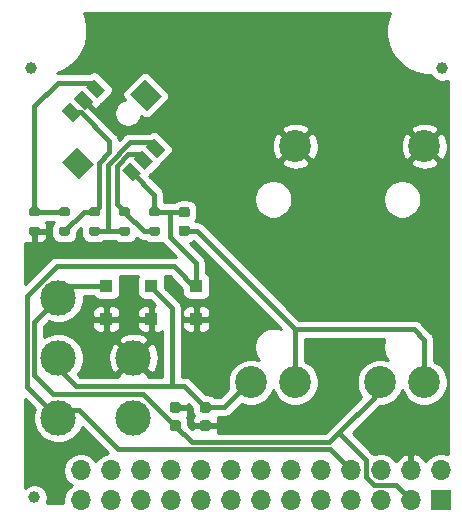
<source format=gbr>
G04 #@! TF.GenerationSoftware,KiCad,Pcbnew,(5.1.9)-1*
G04 #@! TF.CreationDate,2021-02-23T11:14:44+09:00*
G04 #@! TF.ProjectId,powertrain,706f7765-7274-4726-9169-6e2e6b696361,rev?*
G04 #@! TF.SameCoordinates,Original*
G04 #@! TF.FileFunction,Copper,L1,Top*
G04 #@! TF.FilePolarity,Positive*
%FSLAX46Y46*%
G04 Gerber Fmt 4.6, Leading zero omitted, Abs format (unit mm)*
G04 Created by KiCad (PCBNEW (5.1.9)-1) date 2021-02-23 11:14:44*
%MOMM*%
%LPD*%
G01*
G04 APERTURE LIST*
G04 #@! TA.AperFunction,SMDPad,CuDef*
%ADD10C,0.100000*%
G04 #@! TD*
G04 #@! TA.AperFunction,SMDPad,CuDef*
%ADD11C,1.000000*%
G04 #@! TD*
G04 #@! TA.AperFunction,ComponentPad*
%ADD12C,2.700000*%
G04 #@! TD*
G04 #@! TA.AperFunction,SMDPad,CuDef*
%ADD13R,1.100000X1.100000*%
G04 #@! TD*
G04 #@! TA.AperFunction,ComponentPad*
%ADD14O,1.700000X1.700000*%
G04 #@! TD*
G04 #@! TA.AperFunction,ComponentPad*
%ADD15R,1.700000X1.700000*%
G04 #@! TD*
G04 #@! TA.AperFunction,ComponentPad*
%ADD16C,3.000000*%
G04 #@! TD*
G04 #@! TA.AperFunction,ViaPad*
%ADD17C,0.800000*%
G04 #@! TD*
G04 #@! TA.AperFunction,Conductor*
%ADD18C,0.400000*%
G04 #@! TD*
G04 #@! TA.AperFunction,Conductor*
%ADD19C,0.254000*%
G04 #@! TD*
G04 #@! TA.AperFunction,Conductor*
%ADD20C,0.100000*%
G04 #@! TD*
G04 APERTURE END LIST*
G04 #@! TA.AperFunction,SMDPad,CuDef*
D10*
G36*
X45573930Y-29246284D02*
G01*
X44301138Y-30519076D01*
X42886924Y-29104862D01*
X44159716Y-27832070D01*
X45573930Y-29246284D01*
G37*
G04 #@! TD.AperFunction*
G04 #@! TA.AperFunction,SMDPad,CuDef*
G36*
X39846365Y-34973849D02*
G01*
X38573573Y-36246641D01*
X37159359Y-34832427D01*
X38432151Y-33559635D01*
X39846365Y-34973849D01*
G37*
G04 #@! TD.AperFunction*
G04 #@! TA.AperFunction,SMDPad,CuDef*
G36*
X38803382Y-30748886D02*
G01*
X38096276Y-31455992D01*
X37141682Y-30501398D01*
X37848788Y-29794292D01*
X38803382Y-30748886D01*
G37*
G04 #@! TD.AperFunction*
G04 #@! TA.AperFunction,SMDPad,CuDef*
G36*
X40818636Y-28733631D02*
G01*
X40111530Y-29440737D01*
X39156936Y-28486143D01*
X39864042Y-27779037D01*
X40818636Y-28733631D01*
G37*
G04 #@! TD.AperFunction*
G04 #@! TA.AperFunction,SMDPad,CuDef*
G36*
X39811009Y-29741259D02*
G01*
X39103903Y-30448365D01*
X38149309Y-29493771D01*
X38856415Y-28786665D01*
X39811009Y-29741259D01*
G37*
G04 #@! TD.AperFunction*
G04 #@! TA.AperFunction,SMDPad,CuDef*
G36*
X45874450Y-33789445D02*
G01*
X45167344Y-34496551D01*
X44212750Y-33541957D01*
X44919856Y-32834851D01*
X45874450Y-33789445D01*
G37*
G04 #@! TD.AperFunction*
G04 #@! TA.AperFunction,SMDPad,CuDef*
G36*
X44866823Y-34797072D02*
G01*
X44159717Y-35504178D01*
X43205123Y-34549584D01*
X43912229Y-33842478D01*
X44866823Y-34797072D01*
G37*
G04 #@! TD.AperFunction*
G04 #@! TA.AperFunction,SMDPad,CuDef*
G36*
X43859196Y-35804699D02*
G01*
X43152090Y-36511805D01*
X42197496Y-35557211D01*
X42904602Y-34850105D01*
X43859196Y-35804699D01*
G37*
G04 #@! TD.AperFunction*
D11*
X69342000Y-26924000D03*
X34544000Y-26924000D03*
X34798000Y-63246000D03*
D12*
X67818000Y-53498000D03*
X64068000Y-53498000D03*
X67818000Y-33498000D03*
X56896000Y-33498000D03*
X53146000Y-53498000D03*
X56896000Y-53498000D03*
D13*
X48514000Y-48136000D03*
X48514000Y-45336000D03*
X40894000Y-48136000D03*
X40894000Y-45336000D03*
X44704000Y-48136000D03*
X44704000Y-45336000D03*
D14*
X38735000Y-60960000D03*
X38735000Y-63500000D03*
X41275000Y-60960000D03*
X41275000Y-63500000D03*
X43815000Y-60960000D03*
X43815000Y-63500000D03*
X46355000Y-60960000D03*
X46355000Y-63500000D03*
X48895000Y-60960000D03*
X48895000Y-63500000D03*
X51435000Y-60960000D03*
X51435000Y-63500000D03*
X53975000Y-60960000D03*
X53975000Y-63500000D03*
X56515000Y-60960000D03*
X56515000Y-63500000D03*
X59055000Y-60960000D03*
X59055000Y-63500000D03*
X61595000Y-60960000D03*
X61595000Y-63500000D03*
X64135000Y-60960000D03*
X64135000Y-63500000D03*
X66675000Y-60960000D03*
X66675000Y-63500000D03*
X69215000Y-60960000D03*
D15*
X69215000Y-63500000D03*
G04 #@! TA.AperFunction,SMDPad,CuDef*
G36*
G01*
X46986000Y-56063000D02*
X46486000Y-56063000D01*
G75*
G02*
X46261000Y-55838000I0J225000D01*
G01*
X46261000Y-55388000D01*
G75*
G02*
X46486000Y-55163000I225000J0D01*
G01*
X46986000Y-55163000D01*
G75*
G02*
X47211000Y-55388000I0J-225000D01*
G01*
X47211000Y-55838000D01*
G75*
G02*
X46986000Y-56063000I-225000J0D01*
G01*
G37*
G04 #@! TD.AperFunction*
G04 #@! TA.AperFunction,SMDPad,CuDef*
G36*
G01*
X46986000Y-57613000D02*
X46486000Y-57613000D01*
G75*
G02*
X46261000Y-57388000I0J225000D01*
G01*
X46261000Y-56938000D01*
G75*
G02*
X46486000Y-56713000I225000J0D01*
G01*
X46986000Y-56713000D01*
G75*
G02*
X47211000Y-56938000I0J-225000D01*
G01*
X47211000Y-57388000D01*
G75*
G02*
X46986000Y-57613000I-225000J0D01*
G01*
G37*
G04 #@! TD.AperFunction*
G04 #@! TA.AperFunction,SMDPad,CuDef*
G36*
G01*
X49026000Y-56713000D02*
X49526000Y-56713000D01*
G75*
G02*
X49751000Y-56938000I0J-225000D01*
G01*
X49751000Y-57388000D01*
G75*
G02*
X49526000Y-57613000I-225000J0D01*
G01*
X49026000Y-57613000D01*
G75*
G02*
X48801000Y-57388000I0J225000D01*
G01*
X48801000Y-56938000D01*
G75*
G02*
X49026000Y-56713000I225000J0D01*
G01*
G37*
G04 #@! TD.AperFunction*
G04 #@! TA.AperFunction,SMDPad,CuDef*
G36*
G01*
X49026000Y-55163000D02*
X49526000Y-55163000D01*
G75*
G02*
X49751000Y-55388000I0J-225000D01*
G01*
X49751000Y-55838000D01*
G75*
G02*
X49526000Y-56063000I-225000J0D01*
G01*
X49026000Y-56063000D01*
G75*
G02*
X48801000Y-55838000I0J225000D01*
G01*
X48801000Y-55388000D01*
G75*
G02*
X49026000Y-55163000I225000J0D01*
G01*
G37*
G04 #@! TD.AperFunction*
D16*
X36830000Y-46355000D03*
X36830000Y-56515000D03*
X36830000Y-51435000D03*
X43180000Y-51435000D03*
G04 #@! TA.AperFunction,SMDPad,CuDef*
G36*
G01*
X34523000Y-40303000D02*
X35073000Y-40303000D01*
G75*
G02*
X35273000Y-40503000I0J-200000D01*
G01*
X35273000Y-40903000D01*
G75*
G02*
X35073000Y-41103000I-200000J0D01*
G01*
X34523000Y-41103000D01*
G75*
G02*
X34323000Y-40903000I0J200000D01*
G01*
X34323000Y-40503000D01*
G75*
G02*
X34523000Y-40303000I200000J0D01*
G01*
G37*
G04 #@! TD.AperFunction*
G04 #@! TA.AperFunction,SMDPad,CuDef*
G36*
G01*
X34523000Y-38653000D02*
X35073000Y-38653000D01*
G75*
G02*
X35273000Y-38853000I0J-200000D01*
G01*
X35273000Y-39253000D01*
G75*
G02*
X35073000Y-39453000I-200000J0D01*
G01*
X34523000Y-39453000D01*
G75*
G02*
X34323000Y-39253000I0J200000D01*
G01*
X34323000Y-38853000D01*
G75*
G02*
X34523000Y-38653000I200000J0D01*
G01*
G37*
G04 #@! TD.AperFunction*
G04 #@! TA.AperFunction,SMDPad,CuDef*
G36*
G01*
X37613000Y-39453000D02*
X37063000Y-39453000D01*
G75*
G02*
X36863000Y-39253000I0J200000D01*
G01*
X36863000Y-38853000D01*
G75*
G02*
X37063000Y-38653000I200000J0D01*
G01*
X37613000Y-38653000D01*
G75*
G02*
X37813000Y-38853000I0J-200000D01*
G01*
X37813000Y-39253000D01*
G75*
G02*
X37613000Y-39453000I-200000J0D01*
G01*
G37*
G04 #@! TD.AperFunction*
G04 #@! TA.AperFunction,SMDPad,CuDef*
G36*
G01*
X37613000Y-41103000D02*
X37063000Y-41103000D01*
G75*
G02*
X36863000Y-40903000I0J200000D01*
G01*
X36863000Y-40503000D01*
G75*
G02*
X37063000Y-40303000I200000J0D01*
G01*
X37613000Y-40303000D01*
G75*
G02*
X37813000Y-40503000I0J-200000D01*
G01*
X37813000Y-40903000D01*
G75*
G02*
X37613000Y-41103000I-200000J0D01*
G01*
G37*
G04 #@! TD.AperFunction*
G04 #@! TA.AperFunction,SMDPad,CuDef*
G36*
G01*
X40153000Y-39453000D02*
X39603000Y-39453000D01*
G75*
G02*
X39403000Y-39253000I0J200000D01*
G01*
X39403000Y-38853000D01*
G75*
G02*
X39603000Y-38653000I200000J0D01*
G01*
X40153000Y-38653000D01*
G75*
G02*
X40353000Y-38853000I0J-200000D01*
G01*
X40353000Y-39253000D01*
G75*
G02*
X40153000Y-39453000I-200000J0D01*
G01*
G37*
G04 #@! TD.AperFunction*
G04 #@! TA.AperFunction,SMDPad,CuDef*
G36*
G01*
X40153000Y-41103000D02*
X39603000Y-41103000D01*
G75*
G02*
X39403000Y-40903000I0J200000D01*
G01*
X39403000Y-40503000D01*
G75*
G02*
X39603000Y-40303000I200000J0D01*
G01*
X40153000Y-40303000D01*
G75*
G02*
X40353000Y-40503000I0J-200000D01*
G01*
X40353000Y-40903000D01*
G75*
G02*
X40153000Y-41103000I-200000J0D01*
G01*
G37*
G04 #@! TD.AperFunction*
G04 #@! TA.AperFunction,SMDPad,CuDef*
G36*
G01*
X42143000Y-40303000D02*
X42693000Y-40303000D01*
G75*
G02*
X42893000Y-40503000I0J-200000D01*
G01*
X42893000Y-40903000D01*
G75*
G02*
X42693000Y-41103000I-200000J0D01*
G01*
X42143000Y-41103000D01*
G75*
G02*
X41943000Y-40903000I0J200000D01*
G01*
X41943000Y-40503000D01*
G75*
G02*
X42143000Y-40303000I200000J0D01*
G01*
G37*
G04 #@! TD.AperFunction*
G04 #@! TA.AperFunction,SMDPad,CuDef*
G36*
G01*
X42143000Y-38653000D02*
X42693000Y-38653000D01*
G75*
G02*
X42893000Y-38853000I0J-200000D01*
G01*
X42893000Y-39253000D01*
G75*
G02*
X42693000Y-39453000I-200000J0D01*
G01*
X42143000Y-39453000D01*
G75*
G02*
X41943000Y-39253000I0J200000D01*
G01*
X41943000Y-38853000D01*
G75*
G02*
X42143000Y-38653000I200000J0D01*
G01*
G37*
G04 #@! TD.AperFunction*
G04 #@! TA.AperFunction,SMDPad,CuDef*
G36*
G01*
X44683000Y-40303000D02*
X45233000Y-40303000D01*
G75*
G02*
X45433000Y-40503000I0J-200000D01*
G01*
X45433000Y-40903000D01*
G75*
G02*
X45233000Y-41103000I-200000J0D01*
G01*
X44683000Y-41103000D01*
G75*
G02*
X44483000Y-40903000I0J200000D01*
G01*
X44483000Y-40503000D01*
G75*
G02*
X44683000Y-40303000I200000J0D01*
G01*
G37*
G04 #@! TD.AperFunction*
G04 #@! TA.AperFunction,SMDPad,CuDef*
G36*
G01*
X44683000Y-38653000D02*
X45233000Y-38653000D01*
G75*
G02*
X45433000Y-38853000I0J-200000D01*
G01*
X45433000Y-39253000D01*
G75*
G02*
X45233000Y-39453000I-200000J0D01*
G01*
X44683000Y-39453000D01*
G75*
G02*
X44483000Y-39253000I0J200000D01*
G01*
X44483000Y-38853000D01*
G75*
G02*
X44683000Y-38653000I200000J0D01*
G01*
G37*
G04 #@! TD.AperFunction*
X43180000Y-56515000D03*
G04 #@! TA.AperFunction,SMDPad,CuDef*
G36*
G01*
X47754250Y-39528000D02*
X47241750Y-39528000D01*
G75*
G02*
X47023000Y-39309250I0J218750D01*
G01*
X47023000Y-38871750D01*
G75*
G02*
X47241750Y-38653000I218750J0D01*
G01*
X47754250Y-38653000D01*
G75*
G02*
X47973000Y-38871750I0J-218750D01*
G01*
X47973000Y-39309250D01*
G75*
G02*
X47754250Y-39528000I-218750J0D01*
G01*
G37*
G04 #@! TD.AperFunction*
G04 #@! TA.AperFunction,SMDPad,CuDef*
G36*
G01*
X47754250Y-41103000D02*
X47241750Y-41103000D01*
G75*
G02*
X47023000Y-40884250I0J218750D01*
G01*
X47023000Y-40446750D01*
G75*
G02*
X47241750Y-40228000I218750J0D01*
G01*
X47754250Y-40228000D01*
G75*
G02*
X47973000Y-40446750I0J-218750D01*
G01*
X47973000Y-40884250D01*
G75*
G02*
X47754250Y-41103000I-218750J0D01*
G01*
G37*
G04 #@! TD.AperFunction*
D17*
X40640000Y-22860000D03*
X63500000Y-22860000D03*
X34798000Y-60960000D03*
X50292000Y-45466000D03*
X50038000Y-52578000D03*
X35306000Y-43434000D03*
X60452000Y-53340000D03*
X50292000Y-33274000D03*
D18*
X56896000Y-53498000D02*
X56896000Y-49111998D01*
X48539500Y-40665500D02*
X47498000Y-40665500D01*
X56896000Y-49022000D02*
X48539500Y-40665500D01*
X56896000Y-49111998D02*
X56896000Y-49022000D01*
X56985998Y-49022000D02*
X56896000Y-49111998D01*
X66929000Y-49022000D02*
X56985998Y-49022000D01*
X67818000Y-49911000D02*
X66929000Y-49022000D01*
X67818000Y-53498000D02*
X67818000Y-49911000D01*
X50873000Y-55613000D02*
X49276000Y-55613000D01*
X53146000Y-53340000D02*
X50873000Y-55613000D01*
X49276000Y-55613000D02*
X47511000Y-53848000D01*
X47511000Y-53848000D02*
X46482000Y-53848000D01*
X46482000Y-47244000D02*
X46482000Y-53848000D01*
X44704000Y-45466000D02*
X46482000Y-47244000D01*
X44704000Y-45336000D02*
X44704000Y-45466000D01*
X36830000Y-52324000D02*
X36830000Y-51435000D01*
X38354000Y-53848000D02*
X36830000Y-52324000D01*
X46482000Y-53848000D02*
X38354000Y-53848000D01*
X37849000Y-45336000D02*
X36830000Y-46355000D01*
X40894000Y-45336000D02*
X37849000Y-45336000D01*
X34798000Y-48387000D02*
X36830000Y-46355000D01*
X34798000Y-52904501D02*
X34798000Y-48387000D01*
X36341509Y-54448010D02*
X34798000Y-52904501D01*
X44021010Y-54448010D02*
X36341509Y-54448010D01*
X46736000Y-57163000D02*
X44021010Y-54448010D01*
X63560000Y-53340000D02*
X63560000Y-54804000D01*
X59782011Y-58581989D02*
X48154989Y-58581989D01*
X48154989Y-58581989D02*
X46736000Y-57163000D01*
X60706000Y-57658000D02*
X59782011Y-58581989D01*
X63560000Y-54804000D02*
X60706000Y-57658000D01*
X60579000Y-57785000D02*
X60706000Y-57658000D01*
X62865000Y-61540002D02*
X62865000Y-60071000D01*
X62865000Y-60071000D02*
X60579000Y-57785000D01*
X63554998Y-62230000D02*
X62865000Y-61540002D01*
X65405000Y-62230000D02*
X63554998Y-62230000D01*
X66675000Y-63500000D02*
X65405000Y-62230000D01*
X44995500Y-39090500D02*
X44958000Y-39053000D01*
X44958000Y-37610609D02*
X43028346Y-35680955D01*
X44958000Y-39053000D02*
X44958000Y-37610609D01*
X46253500Y-39090500D02*
X44995500Y-39090500D01*
X47498000Y-39090500D02*
X46253500Y-39090500D01*
X61595000Y-60960000D02*
X59817000Y-59182000D01*
X59817000Y-59182000D02*
X41910000Y-59182000D01*
X41910000Y-59182000D02*
X38608000Y-55880000D01*
X38608000Y-55880000D02*
X37465000Y-55880000D01*
X37465000Y-55880000D02*
X36830000Y-56515000D01*
X46253500Y-41173500D02*
X46253500Y-39090500D01*
X48514000Y-43434000D02*
X46253500Y-41173500D01*
X48514000Y-45590000D02*
X48514000Y-43434000D01*
X46612000Y-43688000D02*
X48514000Y-45590000D01*
X36684998Y-43688000D02*
X46612000Y-43688000D01*
X34197991Y-46175007D02*
X36684998Y-43688000D01*
X34197991Y-53882991D02*
X34197991Y-46175007D01*
X36830000Y-56515000D02*
X34197991Y-53882991D01*
X44068000Y-40703000D02*
X42418000Y-39053000D01*
X44958000Y-40703000D02*
X44068000Y-40703000D01*
X42765969Y-34196031D02*
X43558676Y-34196031D01*
X41797486Y-38432486D02*
X41797486Y-35164514D01*
X42418000Y-39053000D02*
X41797486Y-38432486D01*
X43558676Y-34196031D02*
X44035973Y-34673328D01*
X41797486Y-35164514D02*
X42765969Y-34196031D01*
X42418000Y-40703000D02*
X40957000Y-40703000D01*
X40957000Y-40703000D02*
X39878000Y-40703000D01*
X42925053Y-33188404D02*
X44566303Y-33188404D01*
X41021000Y-35092457D02*
X42925053Y-33188404D01*
X44566303Y-33188404D02*
X45043600Y-33665701D01*
X41021000Y-40639000D02*
X41021000Y-35092457D01*
X40957000Y-40703000D02*
X41021000Y-40639000D01*
X38988000Y-39053000D02*
X37338000Y-40703000D01*
X39878000Y-39053000D02*
X38988000Y-39053000D01*
X38714978Y-30625142D02*
X37972532Y-30625142D01*
X41148000Y-33058164D02*
X38714978Y-30625142D01*
X41148000Y-34036000D02*
X41148000Y-33058164D01*
X40259000Y-34925000D02*
X41148000Y-34036000D01*
X40259000Y-38672000D02*
X40259000Y-34925000D01*
X39878000Y-39053000D02*
X40259000Y-38672000D01*
X37338000Y-39053000D02*
X34798000Y-39053000D01*
X34798000Y-30099000D02*
X34798000Y-39053000D01*
X36764410Y-28132590D02*
X34798000Y-30099000D01*
X39510489Y-28132590D02*
X36764410Y-28132590D01*
X39987786Y-28609887D02*
X39510489Y-28132590D01*
D19*
X34850074Y-55715942D02*
X34777047Y-55892244D01*
X34695000Y-56304721D01*
X34695000Y-56725279D01*
X34777047Y-57137756D01*
X34937988Y-57526302D01*
X35171637Y-57875983D01*
X35469017Y-58173363D01*
X35818698Y-58407012D01*
X36207244Y-58567953D01*
X36619721Y-58650000D01*
X37040279Y-58650000D01*
X37452756Y-58567953D01*
X37841302Y-58407012D01*
X38190983Y-58173363D01*
X38488363Y-57875983D01*
X38722012Y-57526302D01*
X38824941Y-57277809D01*
X41039820Y-59492688D01*
X40841842Y-59532068D01*
X40571589Y-59644010D01*
X40328368Y-59806525D01*
X40121525Y-60013368D01*
X40005000Y-60187760D01*
X39888475Y-60013368D01*
X39681632Y-59806525D01*
X39438411Y-59644010D01*
X39168158Y-59532068D01*
X38881260Y-59475000D01*
X38588740Y-59475000D01*
X38301842Y-59532068D01*
X38031589Y-59644010D01*
X37788368Y-59806525D01*
X37581525Y-60013368D01*
X37419010Y-60256589D01*
X37307068Y-60526842D01*
X37250000Y-60813740D01*
X37250000Y-61106260D01*
X37307068Y-61393158D01*
X37419010Y-61663411D01*
X37581525Y-61906632D01*
X37788368Y-62113475D01*
X37962760Y-62230000D01*
X37788368Y-62346525D01*
X37581525Y-62553368D01*
X37419010Y-62796589D01*
X37307068Y-63066842D01*
X37250000Y-63353740D01*
X37250000Y-63646260D01*
X37257706Y-63685000D01*
X35844676Y-63685000D01*
X35889383Y-63577067D01*
X35933000Y-63357788D01*
X35933000Y-63134212D01*
X35889383Y-62914933D01*
X35803824Y-62708376D01*
X35679612Y-62522480D01*
X35521520Y-62364388D01*
X35335624Y-62240176D01*
X35129067Y-62154617D01*
X34909788Y-62111000D01*
X34686212Y-62111000D01*
X34466933Y-62154617D01*
X34260376Y-62240176D01*
X34074480Y-62364388D01*
X34008141Y-62430727D01*
X34020000Y-62310322D01*
X34020000Y-54885867D01*
X34850074Y-55715942D01*
G04 #@! TA.AperFunction,Conductor*
D20*
G36*
X34850074Y-55715942D02*
G01*
X34777047Y-55892244D01*
X34695000Y-56304721D01*
X34695000Y-56725279D01*
X34777047Y-57137756D01*
X34937988Y-57526302D01*
X35171637Y-57875983D01*
X35469017Y-58173363D01*
X35818698Y-58407012D01*
X36207244Y-58567953D01*
X36619721Y-58650000D01*
X37040279Y-58650000D01*
X37452756Y-58567953D01*
X37841302Y-58407012D01*
X38190983Y-58173363D01*
X38488363Y-57875983D01*
X38722012Y-57526302D01*
X38824941Y-57277809D01*
X41039820Y-59492688D01*
X40841842Y-59532068D01*
X40571589Y-59644010D01*
X40328368Y-59806525D01*
X40121525Y-60013368D01*
X40005000Y-60187760D01*
X39888475Y-60013368D01*
X39681632Y-59806525D01*
X39438411Y-59644010D01*
X39168158Y-59532068D01*
X38881260Y-59475000D01*
X38588740Y-59475000D01*
X38301842Y-59532068D01*
X38031589Y-59644010D01*
X37788368Y-59806525D01*
X37581525Y-60013368D01*
X37419010Y-60256589D01*
X37307068Y-60526842D01*
X37250000Y-60813740D01*
X37250000Y-61106260D01*
X37307068Y-61393158D01*
X37419010Y-61663411D01*
X37581525Y-61906632D01*
X37788368Y-62113475D01*
X37962760Y-62230000D01*
X37788368Y-62346525D01*
X37581525Y-62553368D01*
X37419010Y-62796589D01*
X37307068Y-63066842D01*
X37250000Y-63353740D01*
X37250000Y-63646260D01*
X37257706Y-63685000D01*
X35844676Y-63685000D01*
X35889383Y-63577067D01*
X35933000Y-63357788D01*
X35933000Y-63134212D01*
X35889383Y-62914933D01*
X35803824Y-62708376D01*
X35679612Y-62522480D01*
X35521520Y-62364388D01*
X35335624Y-62240176D01*
X35129067Y-62154617D01*
X34909788Y-62111000D01*
X34686212Y-62111000D01*
X34466933Y-62154617D01*
X34260376Y-62240176D01*
X34074480Y-62364388D01*
X34008141Y-62430727D01*
X34020000Y-62310322D01*
X34020000Y-54885867D01*
X34850074Y-55715942D01*
G37*
G04 #@! TD.AperFunction*
D19*
X64742227Y-22661874D02*
X64599000Y-23381923D01*
X64599000Y-24116077D01*
X64742227Y-24836126D01*
X65023176Y-25514396D01*
X65431050Y-26124824D01*
X65950176Y-26643950D01*
X66560604Y-27051824D01*
X67238874Y-27332773D01*
X67958923Y-27476000D01*
X68345782Y-27476000D01*
X68460388Y-27647520D01*
X68618480Y-27805612D01*
X68804376Y-27929824D01*
X69010933Y-28015383D01*
X69230212Y-28059000D01*
X69453788Y-28059000D01*
X69673067Y-28015383D01*
X69815000Y-27956592D01*
X69815001Y-59601176D01*
X69648158Y-59532068D01*
X69361260Y-59475000D01*
X69068740Y-59475000D01*
X68781842Y-59532068D01*
X68511589Y-59644010D01*
X68268368Y-59806525D01*
X68061525Y-60013368D01*
X67939805Y-60195534D01*
X67870178Y-60078645D01*
X67675269Y-59862412D01*
X67441920Y-59688359D01*
X67179099Y-59563175D01*
X67031890Y-59518524D01*
X66802000Y-59639845D01*
X66802000Y-60833000D01*
X66822000Y-60833000D01*
X66822000Y-61087000D01*
X66802000Y-61087000D01*
X66802000Y-61107000D01*
X66548000Y-61107000D01*
X66548000Y-61087000D01*
X66528000Y-61087000D01*
X66528000Y-60833000D01*
X66548000Y-60833000D01*
X66548000Y-59639845D01*
X66318110Y-59518524D01*
X66170901Y-59563175D01*
X65908080Y-59688359D01*
X65674731Y-59862412D01*
X65479822Y-60078645D01*
X65410195Y-60195534D01*
X65288475Y-60013368D01*
X65081632Y-59806525D01*
X64838411Y-59644010D01*
X64568158Y-59532068D01*
X64281260Y-59475000D01*
X63988740Y-59475000D01*
X63701842Y-59532068D01*
X63553372Y-59593566D01*
X63502902Y-59532068D01*
X63458291Y-59477709D01*
X63426427Y-59451559D01*
X61759867Y-57785000D01*
X64061869Y-55483000D01*
X64263505Y-55483000D01*
X64647003Y-55406718D01*
X65008250Y-55257085D01*
X65333364Y-55039851D01*
X65609851Y-54763364D01*
X65827085Y-54438250D01*
X65943000Y-54158406D01*
X66058915Y-54438250D01*
X66276149Y-54763364D01*
X66552636Y-55039851D01*
X66877750Y-55257085D01*
X67238997Y-55406718D01*
X67622495Y-55483000D01*
X68013505Y-55483000D01*
X68397003Y-55406718D01*
X68758250Y-55257085D01*
X69083364Y-55039851D01*
X69359851Y-54763364D01*
X69577085Y-54438250D01*
X69726718Y-54077003D01*
X69803000Y-53693505D01*
X69803000Y-53302495D01*
X69726718Y-52918997D01*
X69577085Y-52557750D01*
X69359851Y-52232636D01*
X69083364Y-51956149D01*
X68758250Y-51738915D01*
X68653000Y-51695319D01*
X68653000Y-49952018D01*
X68657040Y-49911000D01*
X68640918Y-49747311D01*
X68593172Y-49589913D01*
X68515636Y-49444854D01*
X68437439Y-49349570D01*
X68437437Y-49349568D01*
X68411291Y-49317709D01*
X68379432Y-49291563D01*
X67548445Y-48460578D01*
X67522291Y-48428709D01*
X67395146Y-48324364D01*
X67250087Y-48246828D01*
X67092689Y-48199082D01*
X66970019Y-48187000D01*
X66970018Y-48187000D01*
X66929000Y-48182960D01*
X66887982Y-48187000D01*
X57241869Y-48187000D01*
X49158946Y-40104079D01*
X49132791Y-40072209D01*
X49005646Y-39967864D01*
X48860587Y-39890328D01*
X48703189Y-39842582D01*
X48580519Y-39830500D01*
X48580518Y-39830500D01*
X48539500Y-39826460D01*
X48498482Y-39830500D01*
X48429556Y-39830500D01*
X48466671Y-39785275D01*
X48545850Y-39637142D01*
X48594608Y-39476408D01*
X48611072Y-39309250D01*
X48611072Y-38871750D01*
X48594608Y-38704592D01*
X48545850Y-38543858D01*
X48466671Y-38395725D01*
X48360115Y-38265885D01*
X48230275Y-38159329D01*
X48082142Y-38080150D01*
X47921408Y-38031392D01*
X47754250Y-38014928D01*
X47241750Y-38014928D01*
X47074592Y-38031392D01*
X46913858Y-38080150D01*
X46765725Y-38159329D01*
X46648539Y-38255500D01*
X46294519Y-38255500D01*
X46253500Y-38251460D01*
X46212482Y-38255500D01*
X45819643Y-38255500D01*
X45793000Y-38233635D01*
X45793000Y-37836967D01*
X53386000Y-37836967D01*
X53386000Y-38159033D01*
X53448832Y-38474912D01*
X53572082Y-38772463D01*
X53751013Y-39040252D01*
X53978748Y-39267987D01*
X54246537Y-39446918D01*
X54544088Y-39570168D01*
X54859967Y-39633000D01*
X55182033Y-39633000D01*
X55497912Y-39570168D01*
X55795463Y-39446918D01*
X56063252Y-39267987D01*
X56290987Y-39040252D01*
X56469918Y-38772463D01*
X56593168Y-38474912D01*
X56656000Y-38159033D01*
X56656000Y-37836967D01*
X64308000Y-37836967D01*
X64308000Y-38159033D01*
X64370832Y-38474912D01*
X64494082Y-38772463D01*
X64673013Y-39040252D01*
X64900748Y-39267987D01*
X65168537Y-39446918D01*
X65466088Y-39570168D01*
X65781967Y-39633000D01*
X66104033Y-39633000D01*
X66419912Y-39570168D01*
X66717463Y-39446918D01*
X66985252Y-39267987D01*
X67212987Y-39040252D01*
X67391918Y-38772463D01*
X67515168Y-38474912D01*
X67578000Y-38159033D01*
X67578000Y-37836967D01*
X67515168Y-37521088D01*
X67391918Y-37223537D01*
X67212987Y-36955748D01*
X66985252Y-36728013D01*
X66717463Y-36549082D01*
X66419912Y-36425832D01*
X66104033Y-36363000D01*
X65781967Y-36363000D01*
X65466088Y-36425832D01*
X65168537Y-36549082D01*
X64900748Y-36728013D01*
X64673013Y-36955748D01*
X64494082Y-37223537D01*
X64370832Y-37521088D01*
X64308000Y-37836967D01*
X56656000Y-37836967D01*
X56593168Y-37521088D01*
X56469918Y-37223537D01*
X56290987Y-36955748D01*
X56063252Y-36728013D01*
X55795463Y-36549082D01*
X55497912Y-36425832D01*
X55182033Y-36363000D01*
X54859967Y-36363000D01*
X54544088Y-36425832D01*
X54246537Y-36549082D01*
X53978748Y-36728013D01*
X53751013Y-36955748D01*
X53572082Y-37223537D01*
X53448832Y-37521088D01*
X53386000Y-37836967D01*
X45793000Y-37836967D01*
X45793000Y-37651627D01*
X45797040Y-37610609D01*
X45780918Y-37446920D01*
X45733172Y-37289522D01*
X45655636Y-37144463D01*
X45577439Y-37049179D01*
X45577437Y-37049177D01*
X45551291Y-37017318D01*
X45519432Y-36991172D01*
X44540994Y-36012735D01*
X44610902Y-35955363D01*
X45318008Y-35248257D01*
X45397360Y-35151566D01*
X45440719Y-35070447D01*
X45521838Y-35027088D01*
X45618529Y-34947736D01*
X45683427Y-34882838D01*
X55690767Y-34882838D01*
X55828724Y-35183044D01*
X56177967Y-35358882D01*
X56554804Y-35463207D01*
X56944753Y-35492009D01*
X57332828Y-35444184D01*
X57704116Y-35321568D01*
X57963276Y-35183044D01*
X58101233Y-34882838D01*
X66612767Y-34882838D01*
X66750724Y-35183044D01*
X67099967Y-35358882D01*
X67476804Y-35463207D01*
X67866753Y-35492009D01*
X68254828Y-35444184D01*
X68626116Y-35321568D01*
X68885276Y-35183044D01*
X69023233Y-34882838D01*
X67818000Y-33677605D01*
X66612767Y-34882838D01*
X58101233Y-34882838D01*
X56896000Y-33677605D01*
X55690767Y-34882838D01*
X45683427Y-34882838D01*
X46325635Y-34240630D01*
X46404987Y-34143939D01*
X46463952Y-34033625D01*
X46500262Y-33913927D01*
X46512522Y-33789445D01*
X46500262Y-33664963D01*
X46464404Y-33546753D01*
X54901991Y-33546753D01*
X54949816Y-33934828D01*
X55072432Y-34306116D01*
X55210956Y-34565276D01*
X55511162Y-34703233D01*
X56716395Y-33498000D01*
X57075605Y-33498000D01*
X58280838Y-34703233D01*
X58581044Y-34565276D01*
X58756882Y-34216033D01*
X58861207Y-33839196D01*
X58882807Y-33546753D01*
X65823991Y-33546753D01*
X65871816Y-33934828D01*
X65994432Y-34306116D01*
X66132956Y-34565276D01*
X66433162Y-34703233D01*
X67638395Y-33498000D01*
X67997605Y-33498000D01*
X69202838Y-34703233D01*
X69503044Y-34565276D01*
X69678882Y-34216033D01*
X69783207Y-33839196D01*
X69812009Y-33449247D01*
X69764184Y-33061172D01*
X69641568Y-32689884D01*
X69503044Y-32430724D01*
X69202838Y-32292767D01*
X67997605Y-33498000D01*
X67638395Y-33498000D01*
X66433162Y-32292767D01*
X66132956Y-32430724D01*
X65957118Y-32779967D01*
X65852793Y-33156804D01*
X65823991Y-33546753D01*
X58882807Y-33546753D01*
X58890009Y-33449247D01*
X58842184Y-33061172D01*
X58719568Y-32689884D01*
X58581044Y-32430724D01*
X58280838Y-32292767D01*
X57075605Y-33498000D01*
X56716395Y-33498000D01*
X55511162Y-32292767D01*
X55210956Y-32430724D01*
X55035118Y-32779967D01*
X54930793Y-33156804D01*
X54901991Y-33546753D01*
X46464404Y-33546753D01*
X46463952Y-33545265D01*
X46404987Y-33434951D01*
X46325635Y-33338260D01*
X45371041Y-32383666D01*
X45274350Y-32304314D01*
X45164036Y-32245349D01*
X45044338Y-32209039D01*
X44919856Y-32196779D01*
X44795374Y-32209039D01*
X44675676Y-32245349D01*
X44565362Y-32304314D01*
X44505545Y-32353404D01*
X42966071Y-32353404D01*
X42925053Y-32349364D01*
X42884035Y-32353404D01*
X42884034Y-32353404D01*
X42761364Y-32365486D01*
X42603966Y-32413232D01*
X42458907Y-32490768D01*
X42331762Y-32595113D01*
X42305616Y-32626972D01*
X41976943Y-32955646D01*
X41970918Y-32894476D01*
X41962680Y-32867317D01*
X41923172Y-32737077D01*
X41845636Y-32592018D01*
X41741291Y-32464873D01*
X41709432Y-32438727D01*
X41383867Y-32113162D01*
X55690767Y-32113162D01*
X56896000Y-33318395D01*
X58101233Y-32113162D01*
X66612767Y-32113162D01*
X67818000Y-33318395D01*
X69023233Y-32113162D01*
X68885276Y-31812956D01*
X68536033Y-31637118D01*
X68159196Y-31532793D01*
X67769247Y-31503991D01*
X67381172Y-31551816D01*
X67009884Y-31674432D01*
X66750724Y-31812956D01*
X66612767Y-32113162D01*
X58101233Y-32113162D01*
X57963276Y-31812956D01*
X57614033Y-31637118D01*
X57237196Y-31532793D01*
X56847247Y-31503991D01*
X56459172Y-31551816D01*
X56087884Y-31674432D01*
X55828724Y-31812956D01*
X55690767Y-32113162D01*
X41383867Y-32113162D01*
X39852306Y-30581602D01*
X41550148Y-30581602D01*
X41550148Y-30810102D01*
X41594726Y-31034212D01*
X41682169Y-31245318D01*
X41809117Y-31435309D01*
X41970691Y-31596883D01*
X42160682Y-31723831D01*
X42371788Y-31811274D01*
X42595898Y-31855852D01*
X42824398Y-31855852D01*
X43048508Y-31811274D01*
X43259614Y-31723831D01*
X43449605Y-31596883D01*
X43611179Y-31435309D01*
X43738127Y-31245318D01*
X43825570Y-31034212D01*
X43840225Y-30960533D01*
X43849953Y-30970261D01*
X43946644Y-31049613D01*
X44056958Y-31108578D01*
X44176656Y-31144888D01*
X44301138Y-31157148D01*
X44425620Y-31144888D01*
X44545318Y-31108578D01*
X44655632Y-31049613D01*
X44752323Y-30970261D01*
X46025115Y-29697469D01*
X46104467Y-29600778D01*
X46163432Y-29490464D01*
X46199742Y-29370766D01*
X46212002Y-29246284D01*
X46199742Y-29121802D01*
X46163432Y-29002104D01*
X46104467Y-28891790D01*
X46025115Y-28795099D01*
X44610901Y-27380885D01*
X44514210Y-27301533D01*
X44403896Y-27242568D01*
X44284198Y-27206258D01*
X44159716Y-27193998D01*
X44035234Y-27206258D01*
X43915536Y-27242568D01*
X43805222Y-27301533D01*
X43708531Y-27380885D01*
X42435739Y-28653677D01*
X42356387Y-28750368D01*
X42297422Y-28860682D01*
X42261112Y-28980380D01*
X42248852Y-29104862D01*
X42261112Y-29229344D01*
X42297422Y-29349042D01*
X42356387Y-29459356D01*
X42435739Y-29556047D01*
X42445467Y-29565775D01*
X42371788Y-29580430D01*
X42160682Y-29667873D01*
X41970691Y-29794821D01*
X41809117Y-29956395D01*
X41682169Y-30146386D01*
X41594726Y-30357492D01*
X41550148Y-30581602D01*
X39852306Y-30581602D01*
X39334424Y-30063721D01*
X39308269Y-30031851D01*
X39181124Y-29927506D01*
X39036065Y-29849970D01*
X39031678Y-29848639D01*
X38980159Y-29797120D01*
X38966017Y-29811263D01*
X38786411Y-29631657D01*
X38800554Y-29617515D01*
X38786412Y-29603373D01*
X38966017Y-29423768D01*
X38980159Y-29437910D01*
X38994302Y-29423768D01*
X39173907Y-29603373D01*
X39159764Y-29617515D01*
X39884018Y-30341769D01*
X40108525Y-30341769D01*
X40262195Y-30192444D01*
X40341547Y-30095753D01*
X40384907Y-30014633D01*
X40466024Y-29971274D01*
X40562715Y-29891922D01*
X41269821Y-29184816D01*
X41349173Y-29088125D01*
X41408138Y-28977811D01*
X41444448Y-28858113D01*
X41456708Y-28733631D01*
X41444448Y-28609149D01*
X41408138Y-28489451D01*
X41349173Y-28379137D01*
X41269821Y-28282446D01*
X40315227Y-27327852D01*
X40218536Y-27248500D01*
X40108222Y-27189535D01*
X39988524Y-27153225D01*
X39864042Y-27140965D01*
X39739560Y-27153225D01*
X39619862Y-27189535D01*
X39509548Y-27248500D01*
X39449731Y-27297590D01*
X36805428Y-27297590D01*
X36764410Y-27293550D01*
X36734771Y-27296469D01*
X37325396Y-27051824D01*
X37935824Y-26643950D01*
X38454950Y-26124824D01*
X38862824Y-25514396D01*
X39143773Y-24836126D01*
X39287000Y-24116077D01*
X39287000Y-23381923D01*
X39143773Y-22661874D01*
X38977311Y-22260000D01*
X64908689Y-22260000D01*
X64742227Y-22661874D01*
G04 #@! TA.AperFunction,Conductor*
D20*
G36*
X64742227Y-22661874D02*
G01*
X64599000Y-23381923D01*
X64599000Y-24116077D01*
X64742227Y-24836126D01*
X65023176Y-25514396D01*
X65431050Y-26124824D01*
X65950176Y-26643950D01*
X66560604Y-27051824D01*
X67238874Y-27332773D01*
X67958923Y-27476000D01*
X68345782Y-27476000D01*
X68460388Y-27647520D01*
X68618480Y-27805612D01*
X68804376Y-27929824D01*
X69010933Y-28015383D01*
X69230212Y-28059000D01*
X69453788Y-28059000D01*
X69673067Y-28015383D01*
X69815000Y-27956592D01*
X69815001Y-59601176D01*
X69648158Y-59532068D01*
X69361260Y-59475000D01*
X69068740Y-59475000D01*
X68781842Y-59532068D01*
X68511589Y-59644010D01*
X68268368Y-59806525D01*
X68061525Y-60013368D01*
X67939805Y-60195534D01*
X67870178Y-60078645D01*
X67675269Y-59862412D01*
X67441920Y-59688359D01*
X67179099Y-59563175D01*
X67031890Y-59518524D01*
X66802000Y-59639845D01*
X66802000Y-60833000D01*
X66822000Y-60833000D01*
X66822000Y-61087000D01*
X66802000Y-61087000D01*
X66802000Y-61107000D01*
X66548000Y-61107000D01*
X66548000Y-61087000D01*
X66528000Y-61087000D01*
X66528000Y-60833000D01*
X66548000Y-60833000D01*
X66548000Y-59639845D01*
X66318110Y-59518524D01*
X66170901Y-59563175D01*
X65908080Y-59688359D01*
X65674731Y-59862412D01*
X65479822Y-60078645D01*
X65410195Y-60195534D01*
X65288475Y-60013368D01*
X65081632Y-59806525D01*
X64838411Y-59644010D01*
X64568158Y-59532068D01*
X64281260Y-59475000D01*
X63988740Y-59475000D01*
X63701842Y-59532068D01*
X63553372Y-59593566D01*
X63502902Y-59532068D01*
X63458291Y-59477709D01*
X63426427Y-59451559D01*
X61759867Y-57785000D01*
X64061869Y-55483000D01*
X64263505Y-55483000D01*
X64647003Y-55406718D01*
X65008250Y-55257085D01*
X65333364Y-55039851D01*
X65609851Y-54763364D01*
X65827085Y-54438250D01*
X65943000Y-54158406D01*
X66058915Y-54438250D01*
X66276149Y-54763364D01*
X66552636Y-55039851D01*
X66877750Y-55257085D01*
X67238997Y-55406718D01*
X67622495Y-55483000D01*
X68013505Y-55483000D01*
X68397003Y-55406718D01*
X68758250Y-55257085D01*
X69083364Y-55039851D01*
X69359851Y-54763364D01*
X69577085Y-54438250D01*
X69726718Y-54077003D01*
X69803000Y-53693505D01*
X69803000Y-53302495D01*
X69726718Y-52918997D01*
X69577085Y-52557750D01*
X69359851Y-52232636D01*
X69083364Y-51956149D01*
X68758250Y-51738915D01*
X68653000Y-51695319D01*
X68653000Y-49952018D01*
X68657040Y-49911000D01*
X68640918Y-49747311D01*
X68593172Y-49589913D01*
X68515636Y-49444854D01*
X68437439Y-49349570D01*
X68437437Y-49349568D01*
X68411291Y-49317709D01*
X68379432Y-49291563D01*
X67548445Y-48460578D01*
X67522291Y-48428709D01*
X67395146Y-48324364D01*
X67250087Y-48246828D01*
X67092689Y-48199082D01*
X66970019Y-48187000D01*
X66970018Y-48187000D01*
X66929000Y-48182960D01*
X66887982Y-48187000D01*
X57241869Y-48187000D01*
X49158946Y-40104079D01*
X49132791Y-40072209D01*
X49005646Y-39967864D01*
X48860587Y-39890328D01*
X48703189Y-39842582D01*
X48580519Y-39830500D01*
X48580518Y-39830500D01*
X48539500Y-39826460D01*
X48498482Y-39830500D01*
X48429556Y-39830500D01*
X48466671Y-39785275D01*
X48545850Y-39637142D01*
X48594608Y-39476408D01*
X48611072Y-39309250D01*
X48611072Y-38871750D01*
X48594608Y-38704592D01*
X48545850Y-38543858D01*
X48466671Y-38395725D01*
X48360115Y-38265885D01*
X48230275Y-38159329D01*
X48082142Y-38080150D01*
X47921408Y-38031392D01*
X47754250Y-38014928D01*
X47241750Y-38014928D01*
X47074592Y-38031392D01*
X46913858Y-38080150D01*
X46765725Y-38159329D01*
X46648539Y-38255500D01*
X46294519Y-38255500D01*
X46253500Y-38251460D01*
X46212482Y-38255500D01*
X45819643Y-38255500D01*
X45793000Y-38233635D01*
X45793000Y-37836967D01*
X53386000Y-37836967D01*
X53386000Y-38159033D01*
X53448832Y-38474912D01*
X53572082Y-38772463D01*
X53751013Y-39040252D01*
X53978748Y-39267987D01*
X54246537Y-39446918D01*
X54544088Y-39570168D01*
X54859967Y-39633000D01*
X55182033Y-39633000D01*
X55497912Y-39570168D01*
X55795463Y-39446918D01*
X56063252Y-39267987D01*
X56290987Y-39040252D01*
X56469918Y-38772463D01*
X56593168Y-38474912D01*
X56656000Y-38159033D01*
X56656000Y-37836967D01*
X64308000Y-37836967D01*
X64308000Y-38159033D01*
X64370832Y-38474912D01*
X64494082Y-38772463D01*
X64673013Y-39040252D01*
X64900748Y-39267987D01*
X65168537Y-39446918D01*
X65466088Y-39570168D01*
X65781967Y-39633000D01*
X66104033Y-39633000D01*
X66419912Y-39570168D01*
X66717463Y-39446918D01*
X66985252Y-39267987D01*
X67212987Y-39040252D01*
X67391918Y-38772463D01*
X67515168Y-38474912D01*
X67578000Y-38159033D01*
X67578000Y-37836967D01*
X67515168Y-37521088D01*
X67391918Y-37223537D01*
X67212987Y-36955748D01*
X66985252Y-36728013D01*
X66717463Y-36549082D01*
X66419912Y-36425832D01*
X66104033Y-36363000D01*
X65781967Y-36363000D01*
X65466088Y-36425832D01*
X65168537Y-36549082D01*
X64900748Y-36728013D01*
X64673013Y-36955748D01*
X64494082Y-37223537D01*
X64370832Y-37521088D01*
X64308000Y-37836967D01*
X56656000Y-37836967D01*
X56593168Y-37521088D01*
X56469918Y-37223537D01*
X56290987Y-36955748D01*
X56063252Y-36728013D01*
X55795463Y-36549082D01*
X55497912Y-36425832D01*
X55182033Y-36363000D01*
X54859967Y-36363000D01*
X54544088Y-36425832D01*
X54246537Y-36549082D01*
X53978748Y-36728013D01*
X53751013Y-36955748D01*
X53572082Y-37223537D01*
X53448832Y-37521088D01*
X53386000Y-37836967D01*
X45793000Y-37836967D01*
X45793000Y-37651627D01*
X45797040Y-37610609D01*
X45780918Y-37446920D01*
X45733172Y-37289522D01*
X45655636Y-37144463D01*
X45577439Y-37049179D01*
X45577437Y-37049177D01*
X45551291Y-37017318D01*
X45519432Y-36991172D01*
X44540994Y-36012735D01*
X44610902Y-35955363D01*
X45318008Y-35248257D01*
X45397360Y-35151566D01*
X45440719Y-35070447D01*
X45521838Y-35027088D01*
X45618529Y-34947736D01*
X45683427Y-34882838D01*
X55690767Y-34882838D01*
X55828724Y-35183044D01*
X56177967Y-35358882D01*
X56554804Y-35463207D01*
X56944753Y-35492009D01*
X57332828Y-35444184D01*
X57704116Y-35321568D01*
X57963276Y-35183044D01*
X58101233Y-34882838D01*
X66612767Y-34882838D01*
X66750724Y-35183044D01*
X67099967Y-35358882D01*
X67476804Y-35463207D01*
X67866753Y-35492009D01*
X68254828Y-35444184D01*
X68626116Y-35321568D01*
X68885276Y-35183044D01*
X69023233Y-34882838D01*
X67818000Y-33677605D01*
X66612767Y-34882838D01*
X58101233Y-34882838D01*
X56896000Y-33677605D01*
X55690767Y-34882838D01*
X45683427Y-34882838D01*
X46325635Y-34240630D01*
X46404987Y-34143939D01*
X46463952Y-34033625D01*
X46500262Y-33913927D01*
X46512522Y-33789445D01*
X46500262Y-33664963D01*
X46464404Y-33546753D01*
X54901991Y-33546753D01*
X54949816Y-33934828D01*
X55072432Y-34306116D01*
X55210956Y-34565276D01*
X55511162Y-34703233D01*
X56716395Y-33498000D01*
X57075605Y-33498000D01*
X58280838Y-34703233D01*
X58581044Y-34565276D01*
X58756882Y-34216033D01*
X58861207Y-33839196D01*
X58882807Y-33546753D01*
X65823991Y-33546753D01*
X65871816Y-33934828D01*
X65994432Y-34306116D01*
X66132956Y-34565276D01*
X66433162Y-34703233D01*
X67638395Y-33498000D01*
X67997605Y-33498000D01*
X69202838Y-34703233D01*
X69503044Y-34565276D01*
X69678882Y-34216033D01*
X69783207Y-33839196D01*
X69812009Y-33449247D01*
X69764184Y-33061172D01*
X69641568Y-32689884D01*
X69503044Y-32430724D01*
X69202838Y-32292767D01*
X67997605Y-33498000D01*
X67638395Y-33498000D01*
X66433162Y-32292767D01*
X66132956Y-32430724D01*
X65957118Y-32779967D01*
X65852793Y-33156804D01*
X65823991Y-33546753D01*
X58882807Y-33546753D01*
X58890009Y-33449247D01*
X58842184Y-33061172D01*
X58719568Y-32689884D01*
X58581044Y-32430724D01*
X58280838Y-32292767D01*
X57075605Y-33498000D01*
X56716395Y-33498000D01*
X55511162Y-32292767D01*
X55210956Y-32430724D01*
X55035118Y-32779967D01*
X54930793Y-33156804D01*
X54901991Y-33546753D01*
X46464404Y-33546753D01*
X46463952Y-33545265D01*
X46404987Y-33434951D01*
X46325635Y-33338260D01*
X45371041Y-32383666D01*
X45274350Y-32304314D01*
X45164036Y-32245349D01*
X45044338Y-32209039D01*
X44919856Y-32196779D01*
X44795374Y-32209039D01*
X44675676Y-32245349D01*
X44565362Y-32304314D01*
X44505545Y-32353404D01*
X42966071Y-32353404D01*
X42925053Y-32349364D01*
X42884035Y-32353404D01*
X42884034Y-32353404D01*
X42761364Y-32365486D01*
X42603966Y-32413232D01*
X42458907Y-32490768D01*
X42331762Y-32595113D01*
X42305616Y-32626972D01*
X41976943Y-32955646D01*
X41970918Y-32894476D01*
X41962680Y-32867317D01*
X41923172Y-32737077D01*
X41845636Y-32592018D01*
X41741291Y-32464873D01*
X41709432Y-32438727D01*
X41383867Y-32113162D01*
X55690767Y-32113162D01*
X56896000Y-33318395D01*
X58101233Y-32113162D01*
X66612767Y-32113162D01*
X67818000Y-33318395D01*
X69023233Y-32113162D01*
X68885276Y-31812956D01*
X68536033Y-31637118D01*
X68159196Y-31532793D01*
X67769247Y-31503991D01*
X67381172Y-31551816D01*
X67009884Y-31674432D01*
X66750724Y-31812956D01*
X66612767Y-32113162D01*
X58101233Y-32113162D01*
X57963276Y-31812956D01*
X57614033Y-31637118D01*
X57237196Y-31532793D01*
X56847247Y-31503991D01*
X56459172Y-31551816D01*
X56087884Y-31674432D01*
X55828724Y-31812956D01*
X55690767Y-32113162D01*
X41383867Y-32113162D01*
X39852306Y-30581602D01*
X41550148Y-30581602D01*
X41550148Y-30810102D01*
X41594726Y-31034212D01*
X41682169Y-31245318D01*
X41809117Y-31435309D01*
X41970691Y-31596883D01*
X42160682Y-31723831D01*
X42371788Y-31811274D01*
X42595898Y-31855852D01*
X42824398Y-31855852D01*
X43048508Y-31811274D01*
X43259614Y-31723831D01*
X43449605Y-31596883D01*
X43611179Y-31435309D01*
X43738127Y-31245318D01*
X43825570Y-31034212D01*
X43840225Y-30960533D01*
X43849953Y-30970261D01*
X43946644Y-31049613D01*
X44056958Y-31108578D01*
X44176656Y-31144888D01*
X44301138Y-31157148D01*
X44425620Y-31144888D01*
X44545318Y-31108578D01*
X44655632Y-31049613D01*
X44752323Y-30970261D01*
X46025115Y-29697469D01*
X46104467Y-29600778D01*
X46163432Y-29490464D01*
X46199742Y-29370766D01*
X46212002Y-29246284D01*
X46199742Y-29121802D01*
X46163432Y-29002104D01*
X46104467Y-28891790D01*
X46025115Y-28795099D01*
X44610901Y-27380885D01*
X44514210Y-27301533D01*
X44403896Y-27242568D01*
X44284198Y-27206258D01*
X44159716Y-27193998D01*
X44035234Y-27206258D01*
X43915536Y-27242568D01*
X43805222Y-27301533D01*
X43708531Y-27380885D01*
X42435739Y-28653677D01*
X42356387Y-28750368D01*
X42297422Y-28860682D01*
X42261112Y-28980380D01*
X42248852Y-29104862D01*
X42261112Y-29229344D01*
X42297422Y-29349042D01*
X42356387Y-29459356D01*
X42435739Y-29556047D01*
X42445467Y-29565775D01*
X42371788Y-29580430D01*
X42160682Y-29667873D01*
X41970691Y-29794821D01*
X41809117Y-29956395D01*
X41682169Y-30146386D01*
X41594726Y-30357492D01*
X41550148Y-30581602D01*
X39852306Y-30581602D01*
X39334424Y-30063721D01*
X39308269Y-30031851D01*
X39181124Y-29927506D01*
X39036065Y-29849970D01*
X39031678Y-29848639D01*
X38980159Y-29797120D01*
X38966017Y-29811263D01*
X38786411Y-29631657D01*
X38800554Y-29617515D01*
X38786412Y-29603373D01*
X38966017Y-29423768D01*
X38980159Y-29437910D01*
X38994302Y-29423768D01*
X39173907Y-29603373D01*
X39159764Y-29617515D01*
X39884018Y-30341769D01*
X40108525Y-30341769D01*
X40262195Y-30192444D01*
X40341547Y-30095753D01*
X40384907Y-30014633D01*
X40466024Y-29971274D01*
X40562715Y-29891922D01*
X41269821Y-29184816D01*
X41349173Y-29088125D01*
X41408138Y-28977811D01*
X41444448Y-28858113D01*
X41456708Y-28733631D01*
X41444448Y-28609149D01*
X41408138Y-28489451D01*
X41349173Y-28379137D01*
X41269821Y-28282446D01*
X40315227Y-27327852D01*
X40218536Y-27248500D01*
X40108222Y-27189535D01*
X39988524Y-27153225D01*
X39864042Y-27140965D01*
X39739560Y-27153225D01*
X39619862Y-27189535D01*
X39509548Y-27248500D01*
X39449731Y-27297590D01*
X36805428Y-27297590D01*
X36764410Y-27293550D01*
X36734771Y-27296469D01*
X37325396Y-27051824D01*
X37935824Y-26643950D01*
X38454950Y-26124824D01*
X38862824Y-25514396D01*
X39143773Y-24836126D01*
X39287000Y-24116077D01*
X39287000Y-23381923D01*
X39143773Y-22661874D01*
X38977311Y-22260000D01*
X64908689Y-22260000D01*
X64742227Y-22661874D01*
G37*
G04 #@! TD.AperFunction*
D19*
X64370832Y-50021088D02*
X64308000Y-50336967D01*
X64308000Y-50659033D01*
X64370832Y-50974912D01*
X64494082Y-51272463D01*
X64673013Y-51540252D01*
X64775104Y-51642343D01*
X64647003Y-51589282D01*
X64263505Y-51513000D01*
X63872495Y-51513000D01*
X63488997Y-51589282D01*
X63127750Y-51738915D01*
X62802636Y-51956149D01*
X62526149Y-52232636D01*
X62308915Y-52557750D01*
X62159282Y-52918997D01*
X62083000Y-53302495D01*
X62083000Y-53693505D01*
X62159282Y-54077003D01*
X62308915Y-54438250D01*
X62483539Y-54699593D01*
X60144581Y-57038552D01*
X60144570Y-57038561D01*
X60017560Y-57165571D01*
X59985710Y-57191710D01*
X59959570Y-57223561D01*
X59436143Y-57746989D01*
X50373928Y-57746989D01*
X50376812Y-57737482D01*
X50389072Y-57613000D01*
X50386000Y-57448750D01*
X50227250Y-57290000D01*
X49403000Y-57290000D01*
X49403000Y-57310000D01*
X49149000Y-57310000D01*
X49149000Y-57290000D01*
X48324750Y-57290000D01*
X48184309Y-57430441D01*
X47849072Y-57095205D01*
X47849072Y-56938000D01*
X47832488Y-56769623D01*
X47783375Y-56607717D01*
X47705300Y-56461649D01*
X47741537Y-56417494D01*
X47800502Y-56307180D01*
X47836812Y-56187482D01*
X47849072Y-56063000D01*
X47846000Y-55898750D01*
X47687250Y-55740000D01*
X46863000Y-55740000D01*
X46863000Y-55760000D01*
X46609000Y-55760000D01*
X46609000Y-55740000D01*
X46589000Y-55740000D01*
X46589000Y-55486000D01*
X46609000Y-55486000D01*
X46609000Y-55466000D01*
X46863000Y-55466000D01*
X46863000Y-55486000D01*
X47687250Y-55486000D01*
X47827691Y-55345559D01*
X48162928Y-55680796D01*
X48162928Y-55838000D01*
X48179512Y-56006377D01*
X48228625Y-56168283D01*
X48306700Y-56314351D01*
X48270463Y-56358506D01*
X48211498Y-56468820D01*
X48175188Y-56588518D01*
X48162928Y-56713000D01*
X48166000Y-56877250D01*
X48324750Y-57036000D01*
X49149000Y-57036000D01*
X49149000Y-57016000D01*
X49403000Y-57016000D01*
X49403000Y-57036000D01*
X50227250Y-57036000D01*
X50386000Y-56877250D01*
X50389072Y-56713000D01*
X50376812Y-56588518D01*
X50340502Y-56468820D01*
X50329373Y-56448000D01*
X50831982Y-56448000D01*
X50873000Y-56452040D01*
X50914018Y-56448000D01*
X50914019Y-56448000D01*
X51036689Y-56435918D01*
X51194087Y-56388172D01*
X51339146Y-56310636D01*
X51466291Y-56206291D01*
X51492446Y-56174421D01*
X52350023Y-55316845D01*
X52566997Y-55406718D01*
X52950495Y-55483000D01*
X53341505Y-55483000D01*
X53725003Y-55406718D01*
X54086250Y-55257085D01*
X54411364Y-55039851D01*
X54687851Y-54763364D01*
X54905085Y-54438250D01*
X55021000Y-54158406D01*
X55136915Y-54438250D01*
X55354149Y-54763364D01*
X55630636Y-55039851D01*
X55955750Y-55257085D01*
X56316997Y-55406718D01*
X56700495Y-55483000D01*
X57091505Y-55483000D01*
X57475003Y-55406718D01*
X57836250Y-55257085D01*
X58161364Y-55039851D01*
X58437851Y-54763364D01*
X58655085Y-54438250D01*
X58804718Y-54077003D01*
X58881000Y-53693505D01*
X58881000Y-53302495D01*
X58804718Y-52918997D01*
X58655085Y-52557750D01*
X58437851Y-52232636D01*
X58161364Y-51956149D01*
X57836250Y-51738915D01*
X57731000Y-51695319D01*
X57731000Y-49857000D01*
X64438800Y-49857000D01*
X64370832Y-50021088D01*
G04 #@! TA.AperFunction,Conductor*
D20*
G36*
X64370832Y-50021088D02*
G01*
X64308000Y-50336967D01*
X64308000Y-50659033D01*
X64370832Y-50974912D01*
X64494082Y-51272463D01*
X64673013Y-51540252D01*
X64775104Y-51642343D01*
X64647003Y-51589282D01*
X64263505Y-51513000D01*
X63872495Y-51513000D01*
X63488997Y-51589282D01*
X63127750Y-51738915D01*
X62802636Y-51956149D01*
X62526149Y-52232636D01*
X62308915Y-52557750D01*
X62159282Y-52918997D01*
X62083000Y-53302495D01*
X62083000Y-53693505D01*
X62159282Y-54077003D01*
X62308915Y-54438250D01*
X62483539Y-54699593D01*
X60144581Y-57038552D01*
X60144570Y-57038561D01*
X60017560Y-57165571D01*
X59985710Y-57191710D01*
X59959570Y-57223561D01*
X59436143Y-57746989D01*
X50373928Y-57746989D01*
X50376812Y-57737482D01*
X50389072Y-57613000D01*
X50386000Y-57448750D01*
X50227250Y-57290000D01*
X49403000Y-57290000D01*
X49403000Y-57310000D01*
X49149000Y-57310000D01*
X49149000Y-57290000D01*
X48324750Y-57290000D01*
X48184309Y-57430441D01*
X47849072Y-57095205D01*
X47849072Y-56938000D01*
X47832488Y-56769623D01*
X47783375Y-56607717D01*
X47705300Y-56461649D01*
X47741537Y-56417494D01*
X47800502Y-56307180D01*
X47836812Y-56187482D01*
X47849072Y-56063000D01*
X47846000Y-55898750D01*
X47687250Y-55740000D01*
X46863000Y-55740000D01*
X46863000Y-55760000D01*
X46609000Y-55760000D01*
X46609000Y-55740000D01*
X46589000Y-55740000D01*
X46589000Y-55486000D01*
X46609000Y-55486000D01*
X46609000Y-55466000D01*
X46863000Y-55466000D01*
X46863000Y-55486000D01*
X47687250Y-55486000D01*
X47827691Y-55345559D01*
X48162928Y-55680796D01*
X48162928Y-55838000D01*
X48179512Y-56006377D01*
X48228625Y-56168283D01*
X48306700Y-56314351D01*
X48270463Y-56358506D01*
X48211498Y-56468820D01*
X48175188Y-56588518D01*
X48162928Y-56713000D01*
X48166000Y-56877250D01*
X48324750Y-57036000D01*
X49149000Y-57036000D01*
X49149000Y-57016000D01*
X49403000Y-57016000D01*
X49403000Y-57036000D01*
X50227250Y-57036000D01*
X50386000Y-56877250D01*
X50389072Y-56713000D01*
X50376812Y-56588518D01*
X50340502Y-56468820D01*
X50329373Y-56448000D01*
X50831982Y-56448000D01*
X50873000Y-56452040D01*
X50914018Y-56448000D01*
X50914019Y-56448000D01*
X51036689Y-56435918D01*
X51194087Y-56388172D01*
X51339146Y-56310636D01*
X51466291Y-56206291D01*
X51492446Y-56174421D01*
X52350023Y-55316845D01*
X52566997Y-55406718D01*
X52950495Y-55483000D01*
X53341505Y-55483000D01*
X53725003Y-55406718D01*
X54086250Y-55257085D01*
X54411364Y-55039851D01*
X54687851Y-54763364D01*
X54905085Y-54438250D01*
X55021000Y-54158406D01*
X55136915Y-54438250D01*
X55354149Y-54763364D01*
X55630636Y-55039851D01*
X55955750Y-55257085D01*
X56316997Y-55406718D01*
X56700495Y-55483000D01*
X57091505Y-55483000D01*
X57475003Y-55406718D01*
X57836250Y-55257085D01*
X58161364Y-55039851D01*
X58437851Y-54763364D01*
X58655085Y-54438250D01*
X58804718Y-54077003D01*
X58881000Y-53693505D01*
X58881000Y-53302495D01*
X58804718Y-52918997D01*
X58655085Y-52557750D01*
X58437851Y-52232636D01*
X58161364Y-51956149D01*
X57836250Y-51738915D01*
X57731000Y-51695319D01*
X57731000Y-49857000D01*
X64438800Y-49857000D01*
X64370832Y-50021088D01*
G37*
G04 #@! TD.AperFunction*
D19*
X55704560Y-49011428D02*
X55497912Y-48925832D01*
X55182033Y-48863000D01*
X54859967Y-48863000D01*
X54544088Y-48925832D01*
X54246537Y-49049082D01*
X53978748Y-49228013D01*
X53751013Y-49455748D01*
X53572082Y-49723537D01*
X53448832Y-50021088D01*
X53386000Y-50336967D01*
X53386000Y-50659033D01*
X53448832Y-50974912D01*
X53572082Y-51272463D01*
X53751013Y-51540252D01*
X53853104Y-51642343D01*
X53725003Y-51589282D01*
X53341505Y-51513000D01*
X52950495Y-51513000D01*
X52566997Y-51589282D01*
X52205750Y-51738915D01*
X51880636Y-51956149D01*
X51604149Y-52232636D01*
X51386915Y-52557750D01*
X51237282Y-52918997D01*
X51161000Y-53302495D01*
X51161000Y-53693505D01*
X51235764Y-54069369D01*
X50527133Y-54778000D01*
X50136517Y-54778000D01*
X50136284Y-54777716D01*
X50005497Y-54670382D01*
X49856283Y-54590625D01*
X49694377Y-54541512D01*
X49526000Y-54524928D01*
X49368796Y-54524928D01*
X48130446Y-53286579D01*
X48104291Y-53254709D01*
X47977146Y-53150364D01*
X47832087Y-53072828D01*
X47674689Y-53025082D01*
X47552019Y-53013000D01*
X47552018Y-53013000D01*
X47511000Y-53008960D01*
X47469982Y-53013000D01*
X47317000Y-53013000D01*
X47317000Y-48686000D01*
X47325928Y-48686000D01*
X47338188Y-48810482D01*
X47374498Y-48930180D01*
X47433463Y-49040494D01*
X47512815Y-49137185D01*
X47609506Y-49216537D01*
X47719820Y-49275502D01*
X47839518Y-49311812D01*
X47964000Y-49324072D01*
X48228250Y-49321000D01*
X48387000Y-49162250D01*
X48387000Y-48263000D01*
X48641000Y-48263000D01*
X48641000Y-49162250D01*
X48799750Y-49321000D01*
X49064000Y-49324072D01*
X49188482Y-49311812D01*
X49308180Y-49275502D01*
X49418494Y-49216537D01*
X49515185Y-49137185D01*
X49594537Y-49040494D01*
X49653502Y-48930180D01*
X49689812Y-48810482D01*
X49702072Y-48686000D01*
X49699000Y-48421750D01*
X49540250Y-48263000D01*
X48641000Y-48263000D01*
X48387000Y-48263000D01*
X47487750Y-48263000D01*
X47329000Y-48421750D01*
X47325928Y-48686000D01*
X47317000Y-48686000D01*
X47317000Y-47586000D01*
X47325928Y-47586000D01*
X47329000Y-47850250D01*
X47487750Y-48009000D01*
X48387000Y-48009000D01*
X48387000Y-47109750D01*
X48641000Y-47109750D01*
X48641000Y-48009000D01*
X49540250Y-48009000D01*
X49699000Y-47850250D01*
X49702072Y-47586000D01*
X49689812Y-47461518D01*
X49653502Y-47341820D01*
X49594537Y-47231506D01*
X49515185Y-47134815D01*
X49418494Y-47055463D01*
X49308180Y-46996498D01*
X49188482Y-46960188D01*
X49064000Y-46947928D01*
X48799750Y-46951000D01*
X48641000Y-47109750D01*
X48387000Y-47109750D01*
X48228250Y-46951000D01*
X47964000Y-46947928D01*
X47839518Y-46960188D01*
X47719820Y-46996498D01*
X47609506Y-47055463D01*
X47512815Y-47134815D01*
X47433463Y-47231506D01*
X47374498Y-47341820D01*
X47338188Y-47461518D01*
X47325928Y-47586000D01*
X47317000Y-47586000D01*
X47317000Y-47285018D01*
X47321040Y-47244000D01*
X47309829Y-47130172D01*
X47304918Y-47080311D01*
X47257172Y-46922913D01*
X47179636Y-46777854D01*
X47075291Y-46650709D01*
X47043433Y-46624564D01*
X45892072Y-45473204D01*
X45892072Y-44786000D01*
X45879812Y-44661518D01*
X45843502Y-44541820D01*
X45833442Y-44523000D01*
X46266133Y-44523000D01*
X47325928Y-45582796D01*
X47325928Y-45886000D01*
X47338188Y-46010482D01*
X47374498Y-46130180D01*
X47433463Y-46240494D01*
X47512815Y-46337185D01*
X47609506Y-46416537D01*
X47719820Y-46475502D01*
X47839518Y-46511812D01*
X47964000Y-46524072D01*
X49064000Y-46524072D01*
X49188482Y-46511812D01*
X49308180Y-46475502D01*
X49418494Y-46416537D01*
X49515185Y-46337185D01*
X49594537Y-46240494D01*
X49653502Y-46130180D01*
X49689812Y-46010482D01*
X49702072Y-45886000D01*
X49702072Y-44786000D01*
X49689812Y-44661518D01*
X49653502Y-44541820D01*
X49594537Y-44431506D01*
X49515185Y-44334815D01*
X49418494Y-44255463D01*
X49349000Y-44218317D01*
X49349000Y-43475018D01*
X49353040Y-43434000D01*
X49346433Y-43366914D01*
X49336918Y-43270311D01*
X49289172Y-43112913D01*
X49211636Y-42967854D01*
X49133439Y-42872570D01*
X49133437Y-42872568D01*
X49107291Y-42840709D01*
X49075432Y-42814563D01*
X47970565Y-41709697D01*
X48082142Y-41675850D01*
X48230275Y-41596671D01*
X48262971Y-41569838D01*
X55704560Y-49011428D01*
G04 #@! TA.AperFunction,Conductor*
D20*
G36*
X55704560Y-49011428D02*
G01*
X55497912Y-48925832D01*
X55182033Y-48863000D01*
X54859967Y-48863000D01*
X54544088Y-48925832D01*
X54246537Y-49049082D01*
X53978748Y-49228013D01*
X53751013Y-49455748D01*
X53572082Y-49723537D01*
X53448832Y-50021088D01*
X53386000Y-50336967D01*
X53386000Y-50659033D01*
X53448832Y-50974912D01*
X53572082Y-51272463D01*
X53751013Y-51540252D01*
X53853104Y-51642343D01*
X53725003Y-51589282D01*
X53341505Y-51513000D01*
X52950495Y-51513000D01*
X52566997Y-51589282D01*
X52205750Y-51738915D01*
X51880636Y-51956149D01*
X51604149Y-52232636D01*
X51386915Y-52557750D01*
X51237282Y-52918997D01*
X51161000Y-53302495D01*
X51161000Y-53693505D01*
X51235764Y-54069369D01*
X50527133Y-54778000D01*
X50136517Y-54778000D01*
X50136284Y-54777716D01*
X50005497Y-54670382D01*
X49856283Y-54590625D01*
X49694377Y-54541512D01*
X49526000Y-54524928D01*
X49368796Y-54524928D01*
X48130446Y-53286579D01*
X48104291Y-53254709D01*
X47977146Y-53150364D01*
X47832087Y-53072828D01*
X47674689Y-53025082D01*
X47552019Y-53013000D01*
X47552018Y-53013000D01*
X47511000Y-53008960D01*
X47469982Y-53013000D01*
X47317000Y-53013000D01*
X47317000Y-48686000D01*
X47325928Y-48686000D01*
X47338188Y-48810482D01*
X47374498Y-48930180D01*
X47433463Y-49040494D01*
X47512815Y-49137185D01*
X47609506Y-49216537D01*
X47719820Y-49275502D01*
X47839518Y-49311812D01*
X47964000Y-49324072D01*
X48228250Y-49321000D01*
X48387000Y-49162250D01*
X48387000Y-48263000D01*
X48641000Y-48263000D01*
X48641000Y-49162250D01*
X48799750Y-49321000D01*
X49064000Y-49324072D01*
X49188482Y-49311812D01*
X49308180Y-49275502D01*
X49418494Y-49216537D01*
X49515185Y-49137185D01*
X49594537Y-49040494D01*
X49653502Y-48930180D01*
X49689812Y-48810482D01*
X49702072Y-48686000D01*
X49699000Y-48421750D01*
X49540250Y-48263000D01*
X48641000Y-48263000D01*
X48387000Y-48263000D01*
X47487750Y-48263000D01*
X47329000Y-48421750D01*
X47325928Y-48686000D01*
X47317000Y-48686000D01*
X47317000Y-47586000D01*
X47325928Y-47586000D01*
X47329000Y-47850250D01*
X47487750Y-48009000D01*
X48387000Y-48009000D01*
X48387000Y-47109750D01*
X48641000Y-47109750D01*
X48641000Y-48009000D01*
X49540250Y-48009000D01*
X49699000Y-47850250D01*
X49702072Y-47586000D01*
X49689812Y-47461518D01*
X49653502Y-47341820D01*
X49594537Y-47231506D01*
X49515185Y-47134815D01*
X49418494Y-47055463D01*
X49308180Y-46996498D01*
X49188482Y-46960188D01*
X49064000Y-46947928D01*
X48799750Y-46951000D01*
X48641000Y-47109750D01*
X48387000Y-47109750D01*
X48228250Y-46951000D01*
X47964000Y-46947928D01*
X47839518Y-46960188D01*
X47719820Y-46996498D01*
X47609506Y-47055463D01*
X47512815Y-47134815D01*
X47433463Y-47231506D01*
X47374498Y-47341820D01*
X47338188Y-47461518D01*
X47325928Y-47586000D01*
X47317000Y-47586000D01*
X47317000Y-47285018D01*
X47321040Y-47244000D01*
X47309829Y-47130172D01*
X47304918Y-47080311D01*
X47257172Y-46922913D01*
X47179636Y-46777854D01*
X47075291Y-46650709D01*
X47043433Y-46624564D01*
X45892072Y-45473204D01*
X45892072Y-44786000D01*
X45879812Y-44661518D01*
X45843502Y-44541820D01*
X45833442Y-44523000D01*
X46266133Y-44523000D01*
X47325928Y-45582796D01*
X47325928Y-45886000D01*
X47338188Y-46010482D01*
X47374498Y-46130180D01*
X47433463Y-46240494D01*
X47512815Y-46337185D01*
X47609506Y-46416537D01*
X47719820Y-46475502D01*
X47839518Y-46511812D01*
X47964000Y-46524072D01*
X49064000Y-46524072D01*
X49188482Y-46511812D01*
X49308180Y-46475502D01*
X49418494Y-46416537D01*
X49515185Y-46337185D01*
X49594537Y-46240494D01*
X49653502Y-46130180D01*
X49689812Y-46010482D01*
X49702072Y-45886000D01*
X49702072Y-44786000D01*
X49689812Y-44661518D01*
X49653502Y-44541820D01*
X49594537Y-44431506D01*
X49515185Y-44334815D01*
X49418494Y-44255463D01*
X49349000Y-44218317D01*
X49349000Y-43475018D01*
X49353040Y-43434000D01*
X49346433Y-43366914D01*
X49336918Y-43270311D01*
X49289172Y-43112913D01*
X49211636Y-42967854D01*
X49133439Y-42872570D01*
X49133437Y-42872568D01*
X49107291Y-42840709D01*
X49075432Y-42814563D01*
X47970565Y-41709697D01*
X48082142Y-41675850D01*
X48230275Y-41596671D01*
X48262971Y-41569838D01*
X55704560Y-49011428D01*
G37*
G04 #@! TD.AperFunction*
D19*
X43564498Y-44541820D02*
X43528188Y-44661518D01*
X43515928Y-44786000D01*
X43515928Y-45886000D01*
X43528188Y-46010482D01*
X43564498Y-46130180D01*
X43623463Y-46240494D01*
X43702815Y-46337185D01*
X43799506Y-46416537D01*
X43909820Y-46475502D01*
X44029518Y-46511812D01*
X44154000Y-46524072D01*
X44581204Y-46524072D01*
X45007921Y-46950789D01*
X44989750Y-46951000D01*
X44831000Y-47109750D01*
X44831000Y-48009000D01*
X44851000Y-48009000D01*
X44851000Y-48263000D01*
X44831000Y-48263000D01*
X44831000Y-49162250D01*
X44989750Y-49321000D01*
X45254000Y-49324072D01*
X45378482Y-49311812D01*
X45498180Y-49275502D01*
X45608494Y-49216537D01*
X45647000Y-49184936D01*
X45647001Y-53013000D01*
X44449359Y-53013000D01*
X44492048Y-52926653D01*
X43180000Y-51614605D01*
X41867952Y-52926653D01*
X41910641Y-53013000D01*
X38699868Y-53013000D01*
X38485607Y-52798739D01*
X38488363Y-52795983D01*
X38722012Y-52446302D01*
X38882953Y-52057756D01*
X38965000Y-51645279D01*
X38965000Y-51477824D01*
X41035098Y-51477824D01*
X41084666Y-51895451D01*
X41214757Y-52295383D01*
X41372786Y-52591038D01*
X41688347Y-52747048D01*
X43000395Y-51435000D01*
X43359605Y-51435000D01*
X44671653Y-52747048D01*
X44987214Y-52591038D01*
X45178020Y-52216255D01*
X45292044Y-51811449D01*
X45324902Y-51392176D01*
X45275334Y-50974549D01*
X45145243Y-50574617D01*
X44987214Y-50278962D01*
X44671653Y-50122952D01*
X43359605Y-51435000D01*
X43000395Y-51435000D01*
X41688347Y-50122952D01*
X41372786Y-50278962D01*
X41181980Y-50653745D01*
X41067956Y-51058551D01*
X41035098Y-51477824D01*
X38965000Y-51477824D01*
X38965000Y-51224721D01*
X38882953Y-50812244D01*
X38722012Y-50423698D01*
X38488363Y-50074017D01*
X38357693Y-49943347D01*
X41867952Y-49943347D01*
X43180000Y-51255395D01*
X44492048Y-49943347D01*
X44336038Y-49627786D01*
X43961255Y-49436980D01*
X43556449Y-49322956D01*
X43137176Y-49290098D01*
X42719549Y-49339666D01*
X42319617Y-49469757D01*
X42023962Y-49627786D01*
X41867952Y-49943347D01*
X38357693Y-49943347D01*
X38190983Y-49776637D01*
X37841302Y-49542988D01*
X37452756Y-49382047D01*
X37040279Y-49300000D01*
X36619721Y-49300000D01*
X36207244Y-49382047D01*
X35818698Y-49542988D01*
X35633000Y-49667067D01*
X35633000Y-48732867D01*
X35679867Y-48686000D01*
X39705928Y-48686000D01*
X39718188Y-48810482D01*
X39754498Y-48930180D01*
X39813463Y-49040494D01*
X39892815Y-49137185D01*
X39989506Y-49216537D01*
X40099820Y-49275502D01*
X40219518Y-49311812D01*
X40344000Y-49324072D01*
X40608250Y-49321000D01*
X40767000Y-49162250D01*
X40767000Y-48263000D01*
X41021000Y-48263000D01*
X41021000Y-49162250D01*
X41179750Y-49321000D01*
X41444000Y-49324072D01*
X41568482Y-49311812D01*
X41688180Y-49275502D01*
X41798494Y-49216537D01*
X41895185Y-49137185D01*
X41974537Y-49040494D01*
X42033502Y-48930180D01*
X42069812Y-48810482D01*
X42082072Y-48686000D01*
X43515928Y-48686000D01*
X43528188Y-48810482D01*
X43564498Y-48930180D01*
X43623463Y-49040494D01*
X43702815Y-49137185D01*
X43799506Y-49216537D01*
X43909820Y-49275502D01*
X44029518Y-49311812D01*
X44154000Y-49324072D01*
X44418250Y-49321000D01*
X44577000Y-49162250D01*
X44577000Y-48263000D01*
X43677750Y-48263000D01*
X43519000Y-48421750D01*
X43515928Y-48686000D01*
X42082072Y-48686000D01*
X42079000Y-48421750D01*
X41920250Y-48263000D01*
X41021000Y-48263000D01*
X40767000Y-48263000D01*
X39867750Y-48263000D01*
X39709000Y-48421750D01*
X39705928Y-48686000D01*
X35679867Y-48686000D01*
X36030942Y-48334926D01*
X36207244Y-48407953D01*
X36619721Y-48490000D01*
X37040279Y-48490000D01*
X37452756Y-48407953D01*
X37841302Y-48247012D01*
X38190983Y-48013363D01*
X38488363Y-47715983D01*
X38575214Y-47586000D01*
X39705928Y-47586000D01*
X39709000Y-47850250D01*
X39867750Y-48009000D01*
X40767000Y-48009000D01*
X40767000Y-47109750D01*
X41021000Y-47109750D01*
X41021000Y-48009000D01*
X41920250Y-48009000D01*
X42079000Y-47850250D01*
X42082072Y-47586000D01*
X43515928Y-47586000D01*
X43519000Y-47850250D01*
X43677750Y-48009000D01*
X44577000Y-48009000D01*
X44577000Y-47109750D01*
X44418250Y-46951000D01*
X44154000Y-46947928D01*
X44029518Y-46960188D01*
X43909820Y-46996498D01*
X43799506Y-47055463D01*
X43702815Y-47134815D01*
X43623463Y-47231506D01*
X43564498Y-47341820D01*
X43528188Y-47461518D01*
X43515928Y-47586000D01*
X42082072Y-47586000D01*
X42069812Y-47461518D01*
X42033502Y-47341820D01*
X41974537Y-47231506D01*
X41895185Y-47134815D01*
X41798494Y-47055463D01*
X41688180Y-46996498D01*
X41568482Y-46960188D01*
X41444000Y-46947928D01*
X41179750Y-46951000D01*
X41021000Y-47109750D01*
X40767000Y-47109750D01*
X40608250Y-46951000D01*
X40344000Y-46947928D01*
X40219518Y-46960188D01*
X40099820Y-46996498D01*
X39989506Y-47055463D01*
X39892815Y-47134815D01*
X39813463Y-47231506D01*
X39754498Y-47341820D01*
X39718188Y-47461518D01*
X39705928Y-47586000D01*
X38575214Y-47586000D01*
X38722012Y-47366302D01*
X38882953Y-46977756D01*
X38965000Y-46565279D01*
X38965000Y-46171000D01*
X39776317Y-46171000D01*
X39813463Y-46240494D01*
X39892815Y-46337185D01*
X39989506Y-46416537D01*
X40099820Y-46475502D01*
X40219518Y-46511812D01*
X40344000Y-46524072D01*
X41444000Y-46524072D01*
X41568482Y-46511812D01*
X41688180Y-46475502D01*
X41798494Y-46416537D01*
X41895185Y-46337185D01*
X41974537Y-46240494D01*
X42033502Y-46130180D01*
X42069812Y-46010482D01*
X42082072Y-45886000D01*
X42082072Y-44786000D01*
X42069812Y-44661518D01*
X42033502Y-44541820D01*
X42023442Y-44523000D01*
X43574558Y-44523000D01*
X43564498Y-44541820D01*
G04 #@! TA.AperFunction,Conductor*
D20*
G36*
X43564498Y-44541820D02*
G01*
X43528188Y-44661518D01*
X43515928Y-44786000D01*
X43515928Y-45886000D01*
X43528188Y-46010482D01*
X43564498Y-46130180D01*
X43623463Y-46240494D01*
X43702815Y-46337185D01*
X43799506Y-46416537D01*
X43909820Y-46475502D01*
X44029518Y-46511812D01*
X44154000Y-46524072D01*
X44581204Y-46524072D01*
X45007921Y-46950789D01*
X44989750Y-46951000D01*
X44831000Y-47109750D01*
X44831000Y-48009000D01*
X44851000Y-48009000D01*
X44851000Y-48263000D01*
X44831000Y-48263000D01*
X44831000Y-49162250D01*
X44989750Y-49321000D01*
X45254000Y-49324072D01*
X45378482Y-49311812D01*
X45498180Y-49275502D01*
X45608494Y-49216537D01*
X45647000Y-49184936D01*
X45647001Y-53013000D01*
X44449359Y-53013000D01*
X44492048Y-52926653D01*
X43180000Y-51614605D01*
X41867952Y-52926653D01*
X41910641Y-53013000D01*
X38699868Y-53013000D01*
X38485607Y-52798739D01*
X38488363Y-52795983D01*
X38722012Y-52446302D01*
X38882953Y-52057756D01*
X38965000Y-51645279D01*
X38965000Y-51477824D01*
X41035098Y-51477824D01*
X41084666Y-51895451D01*
X41214757Y-52295383D01*
X41372786Y-52591038D01*
X41688347Y-52747048D01*
X43000395Y-51435000D01*
X43359605Y-51435000D01*
X44671653Y-52747048D01*
X44987214Y-52591038D01*
X45178020Y-52216255D01*
X45292044Y-51811449D01*
X45324902Y-51392176D01*
X45275334Y-50974549D01*
X45145243Y-50574617D01*
X44987214Y-50278962D01*
X44671653Y-50122952D01*
X43359605Y-51435000D01*
X43000395Y-51435000D01*
X41688347Y-50122952D01*
X41372786Y-50278962D01*
X41181980Y-50653745D01*
X41067956Y-51058551D01*
X41035098Y-51477824D01*
X38965000Y-51477824D01*
X38965000Y-51224721D01*
X38882953Y-50812244D01*
X38722012Y-50423698D01*
X38488363Y-50074017D01*
X38357693Y-49943347D01*
X41867952Y-49943347D01*
X43180000Y-51255395D01*
X44492048Y-49943347D01*
X44336038Y-49627786D01*
X43961255Y-49436980D01*
X43556449Y-49322956D01*
X43137176Y-49290098D01*
X42719549Y-49339666D01*
X42319617Y-49469757D01*
X42023962Y-49627786D01*
X41867952Y-49943347D01*
X38357693Y-49943347D01*
X38190983Y-49776637D01*
X37841302Y-49542988D01*
X37452756Y-49382047D01*
X37040279Y-49300000D01*
X36619721Y-49300000D01*
X36207244Y-49382047D01*
X35818698Y-49542988D01*
X35633000Y-49667067D01*
X35633000Y-48732867D01*
X35679867Y-48686000D01*
X39705928Y-48686000D01*
X39718188Y-48810482D01*
X39754498Y-48930180D01*
X39813463Y-49040494D01*
X39892815Y-49137185D01*
X39989506Y-49216537D01*
X40099820Y-49275502D01*
X40219518Y-49311812D01*
X40344000Y-49324072D01*
X40608250Y-49321000D01*
X40767000Y-49162250D01*
X40767000Y-48263000D01*
X41021000Y-48263000D01*
X41021000Y-49162250D01*
X41179750Y-49321000D01*
X41444000Y-49324072D01*
X41568482Y-49311812D01*
X41688180Y-49275502D01*
X41798494Y-49216537D01*
X41895185Y-49137185D01*
X41974537Y-49040494D01*
X42033502Y-48930180D01*
X42069812Y-48810482D01*
X42082072Y-48686000D01*
X43515928Y-48686000D01*
X43528188Y-48810482D01*
X43564498Y-48930180D01*
X43623463Y-49040494D01*
X43702815Y-49137185D01*
X43799506Y-49216537D01*
X43909820Y-49275502D01*
X44029518Y-49311812D01*
X44154000Y-49324072D01*
X44418250Y-49321000D01*
X44577000Y-49162250D01*
X44577000Y-48263000D01*
X43677750Y-48263000D01*
X43519000Y-48421750D01*
X43515928Y-48686000D01*
X42082072Y-48686000D01*
X42079000Y-48421750D01*
X41920250Y-48263000D01*
X41021000Y-48263000D01*
X40767000Y-48263000D01*
X39867750Y-48263000D01*
X39709000Y-48421750D01*
X39705928Y-48686000D01*
X35679867Y-48686000D01*
X36030942Y-48334926D01*
X36207244Y-48407953D01*
X36619721Y-48490000D01*
X37040279Y-48490000D01*
X37452756Y-48407953D01*
X37841302Y-48247012D01*
X38190983Y-48013363D01*
X38488363Y-47715983D01*
X38575214Y-47586000D01*
X39705928Y-47586000D01*
X39709000Y-47850250D01*
X39867750Y-48009000D01*
X40767000Y-48009000D01*
X40767000Y-47109750D01*
X41021000Y-47109750D01*
X41021000Y-48009000D01*
X41920250Y-48009000D01*
X42079000Y-47850250D01*
X42082072Y-47586000D01*
X43515928Y-47586000D01*
X43519000Y-47850250D01*
X43677750Y-48009000D01*
X44577000Y-48009000D01*
X44577000Y-47109750D01*
X44418250Y-46951000D01*
X44154000Y-46947928D01*
X44029518Y-46960188D01*
X43909820Y-46996498D01*
X43799506Y-47055463D01*
X43702815Y-47134815D01*
X43623463Y-47231506D01*
X43564498Y-47341820D01*
X43528188Y-47461518D01*
X43515928Y-47586000D01*
X42082072Y-47586000D01*
X42069812Y-47461518D01*
X42033502Y-47341820D01*
X41974537Y-47231506D01*
X41895185Y-47134815D01*
X41798494Y-47055463D01*
X41688180Y-46996498D01*
X41568482Y-46960188D01*
X41444000Y-46947928D01*
X41179750Y-46951000D01*
X41021000Y-47109750D01*
X40767000Y-47109750D01*
X40608250Y-46951000D01*
X40344000Y-46947928D01*
X40219518Y-46960188D01*
X40099820Y-46996498D01*
X39989506Y-47055463D01*
X39892815Y-47134815D01*
X39813463Y-47231506D01*
X39754498Y-47341820D01*
X39718188Y-47461518D01*
X39705928Y-47586000D01*
X38575214Y-47586000D01*
X38722012Y-47366302D01*
X38882953Y-46977756D01*
X38965000Y-46565279D01*
X38965000Y-46171000D01*
X39776317Y-46171000D01*
X39813463Y-46240494D01*
X39892815Y-46337185D01*
X39989506Y-46416537D01*
X40099820Y-46475502D01*
X40219518Y-46511812D01*
X40344000Y-46524072D01*
X41444000Y-46524072D01*
X41568482Y-46511812D01*
X41688180Y-46475502D01*
X41798494Y-46416537D01*
X41895185Y-46337185D01*
X41974537Y-46240494D01*
X42033502Y-46130180D01*
X42069812Y-46010482D01*
X42082072Y-45886000D01*
X42082072Y-44786000D01*
X42069812Y-44661518D01*
X42033502Y-44541820D01*
X42023442Y-44523000D01*
X43574558Y-44523000D01*
X43564498Y-44541820D01*
G37*
G04 #@! TD.AperFunction*
D19*
X36470394Y-39910394D02*
X36366169Y-40037392D01*
X36288722Y-40182284D01*
X36241031Y-40339500D01*
X36224928Y-40503000D01*
X36224928Y-40903000D01*
X36241031Y-41066500D01*
X36288722Y-41223716D01*
X36366169Y-41368608D01*
X36470394Y-41495606D01*
X36597392Y-41599831D01*
X36742284Y-41677278D01*
X36899500Y-41724969D01*
X37063000Y-41741072D01*
X37613000Y-41741072D01*
X37776500Y-41724969D01*
X37933716Y-41677278D01*
X38078608Y-41599831D01*
X38205606Y-41495606D01*
X38309831Y-41368608D01*
X38387278Y-41223716D01*
X38434969Y-41066500D01*
X38451072Y-40903000D01*
X38451072Y-40770795D01*
X38769960Y-40451907D01*
X38764928Y-40503000D01*
X38764928Y-40903000D01*
X38781031Y-41066500D01*
X38828722Y-41223716D01*
X38906169Y-41368608D01*
X39010394Y-41495606D01*
X39137392Y-41599831D01*
X39282284Y-41677278D01*
X39439500Y-41724969D01*
X39603000Y-41741072D01*
X40153000Y-41741072D01*
X40316500Y-41724969D01*
X40473716Y-41677278D01*
X40618608Y-41599831D01*
X40693949Y-41538000D01*
X40915982Y-41538000D01*
X40957000Y-41542040D01*
X40998018Y-41538000D01*
X41602051Y-41538000D01*
X41677392Y-41599831D01*
X41822284Y-41677278D01*
X41979500Y-41724969D01*
X42143000Y-41741072D01*
X42693000Y-41741072D01*
X42856500Y-41724969D01*
X43013716Y-41677278D01*
X43158608Y-41599831D01*
X43285606Y-41495606D01*
X43389831Y-41368608D01*
X43446577Y-41262445D01*
X43448559Y-41264426D01*
X43474709Y-41296291D01*
X43601854Y-41400636D01*
X43746913Y-41478172D01*
X43904311Y-41525918D01*
X44026981Y-41538000D01*
X44026991Y-41538000D01*
X44067999Y-41542039D01*
X44109007Y-41538000D01*
X44142051Y-41538000D01*
X44217392Y-41599831D01*
X44362284Y-41677278D01*
X44519500Y-41724969D01*
X44683000Y-41741072D01*
X45233000Y-41741072D01*
X45396500Y-41724969D01*
X45553716Y-41677278D01*
X45576676Y-41665005D01*
X45660209Y-41766791D01*
X45692079Y-41792946D01*
X46762960Y-42863828D01*
X46653019Y-42853000D01*
X46653018Y-42853000D01*
X46612000Y-42848960D01*
X46570982Y-42853000D01*
X36726016Y-42853000D01*
X36684997Y-42848960D01*
X36643979Y-42853000D01*
X36521309Y-42865082D01*
X36363911Y-42912828D01*
X36218852Y-42990364D01*
X36091707Y-43094709D01*
X36065557Y-43126573D01*
X34020000Y-45172131D01*
X34020000Y-41661062D01*
X34078820Y-41692502D01*
X34198518Y-41728812D01*
X34323000Y-41741072D01*
X34512250Y-41738000D01*
X34671000Y-41579250D01*
X34671000Y-40830000D01*
X34925000Y-40830000D01*
X34925000Y-41579250D01*
X35083750Y-41738000D01*
X35273000Y-41741072D01*
X35397482Y-41728812D01*
X35517180Y-41692502D01*
X35627494Y-41633537D01*
X35724185Y-41554185D01*
X35803537Y-41457494D01*
X35862502Y-41347180D01*
X35898812Y-41227482D01*
X35911072Y-41103000D01*
X35908000Y-40988750D01*
X35749250Y-40830000D01*
X34925000Y-40830000D01*
X34671000Y-40830000D01*
X34651000Y-40830000D01*
X34651000Y-40576000D01*
X34671000Y-40576000D01*
X34671000Y-40556000D01*
X34925000Y-40556000D01*
X34925000Y-40576000D01*
X35749250Y-40576000D01*
X35908000Y-40417250D01*
X35911072Y-40303000D01*
X35898812Y-40178518D01*
X35862502Y-40058820D01*
X35803537Y-39948506D01*
X35753881Y-39888000D01*
X36497681Y-39888000D01*
X36470394Y-39910394D01*
G04 #@! TA.AperFunction,Conductor*
D20*
G36*
X36470394Y-39910394D02*
G01*
X36366169Y-40037392D01*
X36288722Y-40182284D01*
X36241031Y-40339500D01*
X36224928Y-40503000D01*
X36224928Y-40903000D01*
X36241031Y-41066500D01*
X36288722Y-41223716D01*
X36366169Y-41368608D01*
X36470394Y-41495606D01*
X36597392Y-41599831D01*
X36742284Y-41677278D01*
X36899500Y-41724969D01*
X37063000Y-41741072D01*
X37613000Y-41741072D01*
X37776500Y-41724969D01*
X37933716Y-41677278D01*
X38078608Y-41599831D01*
X38205606Y-41495606D01*
X38309831Y-41368608D01*
X38387278Y-41223716D01*
X38434969Y-41066500D01*
X38451072Y-40903000D01*
X38451072Y-40770795D01*
X38769960Y-40451907D01*
X38764928Y-40503000D01*
X38764928Y-40903000D01*
X38781031Y-41066500D01*
X38828722Y-41223716D01*
X38906169Y-41368608D01*
X39010394Y-41495606D01*
X39137392Y-41599831D01*
X39282284Y-41677278D01*
X39439500Y-41724969D01*
X39603000Y-41741072D01*
X40153000Y-41741072D01*
X40316500Y-41724969D01*
X40473716Y-41677278D01*
X40618608Y-41599831D01*
X40693949Y-41538000D01*
X40915982Y-41538000D01*
X40957000Y-41542040D01*
X40998018Y-41538000D01*
X41602051Y-41538000D01*
X41677392Y-41599831D01*
X41822284Y-41677278D01*
X41979500Y-41724969D01*
X42143000Y-41741072D01*
X42693000Y-41741072D01*
X42856500Y-41724969D01*
X43013716Y-41677278D01*
X43158608Y-41599831D01*
X43285606Y-41495606D01*
X43389831Y-41368608D01*
X43446577Y-41262445D01*
X43448559Y-41264426D01*
X43474709Y-41296291D01*
X43601854Y-41400636D01*
X43746913Y-41478172D01*
X43904311Y-41525918D01*
X44026981Y-41538000D01*
X44026991Y-41538000D01*
X44067999Y-41542039D01*
X44109007Y-41538000D01*
X44142051Y-41538000D01*
X44217392Y-41599831D01*
X44362284Y-41677278D01*
X44519500Y-41724969D01*
X44683000Y-41741072D01*
X45233000Y-41741072D01*
X45396500Y-41724969D01*
X45553716Y-41677278D01*
X45576676Y-41665005D01*
X45660209Y-41766791D01*
X45692079Y-41792946D01*
X46762960Y-42863828D01*
X46653019Y-42853000D01*
X46653018Y-42853000D01*
X46612000Y-42848960D01*
X46570982Y-42853000D01*
X36726016Y-42853000D01*
X36684997Y-42848960D01*
X36643979Y-42853000D01*
X36521309Y-42865082D01*
X36363911Y-42912828D01*
X36218852Y-42990364D01*
X36091707Y-43094709D01*
X36065557Y-43126573D01*
X34020000Y-45172131D01*
X34020000Y-41661062D01*
X34078820Y-41692502D01*
X34198518Y-41728812D01*
X34323000Y-41741072D01*
X34512250Y-41738000D01*
X34671000Y-41579250D01*
X34671000Y-40830000D01*
X34925000Y-40830000D01*
X34925000Y-41579250D01*
X35083750Y-41738000D01*
X35273000Y-41741072D01*
X35397482Y-41728812D01*
X35517180Y-41692502D01*
X35627494Y-41633537D01*
X35724185Y-41554185D01*
X35803537Y-41457494D01*
X35862502Y-41347180D01*
X35898812Y-41227482D01*
X35911072Y-41103000D01*
X35908000Y-40988750D01*
X35749250Y-40830000D01*
X34925000Y-40830000D01*
X34671000Y-40830000D01*
X34651000Y-40830000D01*
X34651000Y-40576000D01*
X34671000Y-40576000D01*
X34671000Y-40556000D01*
X34925000Y-40556000D01*
X34925000Y-40576000D01*
X35749250Y-40576000D01*
X35908000Y-40417250D01*
X35911072Y-40303000D01*
X35898812Y-40178518D01*
X35862502Y-40058820D01*
X35803537Y-39948506D01*
X35753881Y-39888000D01*
X36497681Y-39888000D01*
X36470394Y-39910394D01*
G37*
G04 #@! TD.AperFunction*
M02*

</source>
